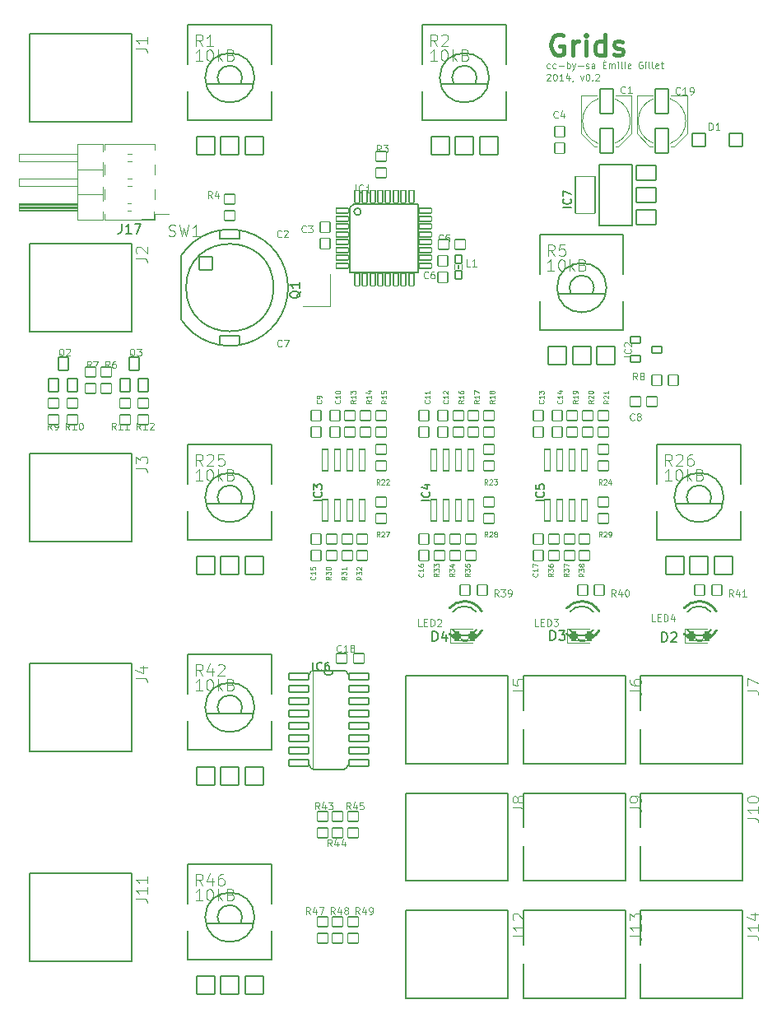
<source format=gbr>
%TF.GenerationSoftware,KiCad,Pcbnew,(6.0.11-0)*%
%TF.CreationDate,2023-03-06T22:39:13+01:00*%
%TF.ProjectId,grids,67726964-732e-46b6-9963-61645f706362,rev?*%
%TF.SameCoordinates,Original*%
%TF.FileFunction,Legend,Top*%
%TF.FilePolarity,Positive*%
%FSLAX46Y46*%
G04 Gerber Fmt 4.6, Leading zero omitted, Abs format (unit mm)*
G04 Created by KiCad (PCBNEW (6.0.11-0)) date 2023-03-06 22:39:13*
%MOMM*%
%LPD*%
G01*
G04 APERTURE LIST*
G04 Aperture macros list*
%AMRoundRect*
0 Rectangle with rounded corners*
0 $1 Rounding radius*
0 $2 $3 $4 $5 $6 $7 $8 $9 X,Y pos of 4 corners*
0 Add a 4 corners polygon primitive as box body*
4,1,4,$2,$3,$4,$5,$6,$7,$8,$9,$2,$3,0*
0 Add four circle primitives for the rounded corners*
1,1,$1+$1,$2,$3*
1,1,$1+$1,$4,$5*
1,1,$1+$1,$6,$7*
1,1,$1+$1,$8,$9*
0 Add four rect primitives between the rounded corners*
20,1,$1+$1,$2,$3,$4,$5,0*
20,1,$1+$1,$4,$5,$6,$7,0*
20,1,$1+$1,$6,$7,$8,$9,0*
20,1,$1+$1,$8,$9,$2,$3,0*%
%AMFreePoly0*
4,1,25,0.493480,0.947373,0.498382,0.942882,0.942882,0.498382,0.964910,0.451141,0.965200,0.444500,0.965200,-0.444500,0.947373,-0.493480,0.942882,-0.498382,0.498382,-0.942882,0.451141,-0.964910,0.444500,-0.965200,-0.444500,-0.965200,-0.493480,-0.947373,-0.498382,-0.942882,-0.942882,-0.498382,-0.964910,-0.451141,-0.965200,-0.444500,-0.965200,0.444500,-0.947373,0.493480,-0.942882,0.498382,
-0.498382,0.942882,-0.451141,0.964910,-0.444500,0.965200,0.444500,0.965200,0.493480,0.947373,0.493480,0.947373,$1*%
%AMFreePoly1*
4,1,25,0.575031,1.328373,0.579933,1.323882,1.323882,0.579933,1.345910,0.532692,1.346200,0.526051,1.346200,-0.526051,1.328373,-0.575031,1.323882,-0.579933,0.579933,-1.323882,0.532692,-1.345910,0.526051,-1.346200,-0.526051,-1.346200,-0.575031,-1.328373,-0.579933,-1.323882,-1.323882,-0.579933,-1.345910,-0.532692,-1.346200,-0.526051,-1.346200,0.526051,-1.328373,0.575031,-1.323882,0.579933,
-0.579933,1.323882,-0.532692,1.345910,-0.526051,1.346200,0.526051,1.346200,0.575031,1.328373,0.575031,1.328373,$1*%
%AMFreePoly2*
4,1,25,0.301485,0.667973,0.306387,0.663482,0.663482,0.306387,0.685510,0.259146,0.685800,0.252505,0.685800,-0.252505,0.667973,-0.301485,0.663482,-0.306387,0.306387,-0.663482,0.259146,-0.685510,0.252505,-0.685800,-0.252505,-0.685800,-0.301485,-0.667973,-0.306387,-0.663482,-0.663482,-0.306387,-0.685510,-0.259146,-0.685800,-0.252505,-0.685800,0.252505,-0.667973,0.301485,-0.663482,0.306387,
-0.306387,0.663482,-0.259146,0.685510,-0.252505,0.685800,0.252505,0.685800,0.301485,0.667973,0.301485,0.667973,$1*%
%AMFreePoly3*
4,1,25,0.438258,0.998173,0.443160,0.993682,0.993682,0.443160,1.015710,0.395919,1.016000,0.389278,1.016000,-0.389278,0.998173,-0.438258,0.993682,-0.443160,0.443160,-0.993682,0.395919,-1.015710,0.389278,-1.016000,-0.389278,-1.016000,-0.438258,-0.998173,-0.443160,-0.993682,-0.993682,-0.443160,-1.015710,-0.395919,-1.016000,-0.389278,-1.016000,0.389278,-0.998173,0.438258,-0.993682,0.443160,
-0.443160,0.993682,-0.395919,1.015710,-0.389278,1.016000,0.389278,1.016000,0.438258,0.998173,0.438258,0.998173,$1*%
G04 Aperture macros list end*
%ADD10C,0.121920*%
%ADD11C,0.381000*%
%ADD12C,0.171450*%
%ADD13C,0.093472*%
%ADD14C,0.101600*%
%ADD15C,0.074778*%
%ADD16C,0.167640*%
%ADD17C,0.150000*%
%ADD18C,0.029911*%
%ADD19C,0.091440*%
%ADD20C,0.044867*%
%ADD21C,0.152400*%
%ADD22C,0.050800*%
%ADD23C,0.127000*%
%ADD24C,0.203200*%
%ADD25C,0.120000*%
%ADD26C,0.254000*%
%ADD27C,0.070000*%
%ADD28RoundRect,0.076200X-1.016000X0.330200X-1.016000X-0.330200X1.016000X-0.330200X1.016000X0.330200X0*%
%ADD29RoundRect,0.076200X-0.550000X0.500000X-0.550000X-0.500000X0.550000X-0.500000X0.550000X0.500000X0*%
%ADD30RoundRect,0.076200X0.550000X-0.500000X0.550000X0.500000X-0.550000X0.500000X-0.550000X-0.500000X0*%
%ADD31C,2.200000*%
%ADD32FreePoly0,90.000000*%
%ADD33RoundRect,0.076200X-0.550000X-0.500000X0.550000X-0.500000X0.550000X0.500000X-0.550000X0.500000X0*%
%ADD34RoundRect,0.076200X0.500000X-0.550000X0.500000X0.550000X-0.500000X0.550000X-0.500000X-0.550000X0*%
%ADD35RoundRect,0.076200X0.500000X0.550000X-0.500000X0.550000X-0.500000X-0.550000X0.500000X-0.550000X0*%
%ADD36RoundRect,0.076200X-0.500000X0.550000X-0.500000X-0.550000X0.500000X-0.550000X0.500000X0.550000X0*%
%ADD37RoundRect,0.076200X0.550000X0.500000X-0.550000X0.500000X-0.550000X-0.500000X0.550000X-0.500000X0*%
%ADD38RoundRect,0.076200X-0.700000X1.300000X-0.700000X-1.300000X0.700000X-1.300000X0.700000X1.300000X0*%
%ADD39RoundRect,0.076200X-0.500000X0.350000X-0.500000X-0.350000X0.500000X-0.350000X0.500000X0.350000X0*%
%ADD40RoundRect,0.076200X-0.700000X-0.700000X0.700000X-0.700000X0.700000X0.700000X-0.700000X0.700000X0*%
%ADD41RoundRect,0.076200X0.939800X-0.939800X0.939800X0.939800X-0.939800X0.939800X-0.939800X-0.939800X0*%
%ADD42FreePoly1,90.000000*%
%ADD43RoundRect,0.076200X-0.300000X-1.100000X0.300000X-1.100000X0.300000X1.100000X-0.300000X1.100000X0*%
%ADD44RoundRect,0.076200X-0.500000X-0.700000X0.500000X-0.700000X0.500000X0.700000X-0.500000X0.700000X0*%
%ADD45RoundRect,0.576200X0.000000X0.000000X0.000000X0.000000X0.000000X0.000000X0.000000X0.000000X0*%
%ADD46R,3.150000X1.000000*%
%ADD47RoundRect,0.076200X-0.635000X-0.279400X0.635000X-0.279400X0.635000X0.279400X-0.635000X0.279400X0*%
%ADD48RoundRect,0.076200X-0.279400X-0.635000X0.279400X-0.635000X0.279400X0.635000X-0.279400X0.635000X0*%
%ADD49RoundRect,0.076200X-0.500000X-0.550000X0.500000X-0.550000X0.500000X0.550000X-0.500000X0.550000X0*%
%ADD50RoundRect,0.076200X-0.035355X-0.742462X0.742462X0.035355X0.035355X0.742462X-0.742462X-0.035355X0*%
%ADD51FreePoly2,180.000000*%
%ADD52RoundRect,0.076200X1.003300X-0.749300X1.003300X0.749300X-1.003300X0.749300X-1.003300X-0.749300X0*%
%ADD53RoundRect,0.076200X1.003300X-1.905000X1.003300X1.905000X-1.003300X1.905000X-1.003300X-1.905000X0*%
%ADD54RoundRect,0.076200X0.350000X-0.425000X0.350000X0.425000X-0.350000X0.425000X-0.350000X-0.425000X0*%
%ADD55R,1.000000X1.150000*%
%ADD56RoundRect,0.218750X-0.218750X-0.256250X0.218750X-0.256250X0.218750X0.256250X-0.218750X0.256250X0*%
%ADD57RoundRect,0.076200X-0.742462X0.035355X0.035355X-0.742462X0.742462X-0.035355X-0.035355X0.742462X0*%
%ADD58C,1.502400*%
%ADD59RoundRect,0.076200X0.675000X-0.675000X0.675000X0.675000X-0.675000X0.675000X-0.675000X-0.675000X0*%
%ADD60C,2.032000*%
%ADD61FreePoly3,0.000000*%
%ADD62FreePoly3,270.000000*%
G04 APERTURE END LIST*
D10*
X164914444Y-59578119D02*
X164947343Y-59545220D01*
X165013141Y-59512320D01*
X165177636Y-59512320D01*
X165243434Y-59545220D01*
X165276333Y-59578119D01*
X165309232Y-59643917D01*
X165309232Y-59709715D01*
X165276333Y-59808412D01*
X164881545Y-60203200D01*
X165309232Y-60203200D01*
X165736920Y-59512320D02*
X165802718Y-59512320D01*
X165868516Y-59545220D01*
X165901415Y-59578119D01*
X165934314Y-59643917D01*
X165967213Y-59775513D01*
X165967213Y-59940008D01*
X165934314Y-60071604D01*
X165901415Y-60137402D01*
X165868516Y-60170301D01*
X165802718Y-60203200D01*
X165736920Y-60203200D01*
X165671122Y-60170301D01*
X165638223Y-60137402D01*
X165605324Y-60071604D01*
X165572425Y-59940008D01*
X165572425Y-59775513D01*
X165605324Y-59643917D01*
X165638223Y-59578119D01*
X165671122Y-59545220D01*
X165736920Y-59512320D01*
X166625194Y-60203200D02*
X166230406Y-60203200D01*
X166427800Y-60203200D02*
X166427800Y-59512320D01*
X166362002Y-59611018D01*
X166296204Y-59676816D01*
X166230406Y-59709715D01*
X167217377Y-59742614D02*
X167217377Y-60203200D01*
X167052882Y-59479421D02*
X166888387Y-59972907D01*
X167316074Y-59972907D01*
X167612166Y-60170301D02*
X167612166Y-60203200D01*
X167579267Y-60268999D01*
X167546368Y-60301898D01*
X168368844Y-59742614D02*
X168533339Y-60203200D01*
X168697834Y-59742614D01*
X169092623Y-59512320D02*
X169158421Y-59512320D01*
X169224219Y-59545220D01*
X169257118Y-59578119D01*
X169290017Y-59643917D01*
X169322916Y-59775513D01*
X169322916Y-59940008D01*
X169290017Y-60071604D01*
X169257118Y-60137402D01*
X169224219Y-60170301D01*
X169158421Y-60203200D01*
X169092623Y-60203200D01*
X169026825Y-60170301D01*
X168993926Y-60137402D01*
X168961027Y-60071604D01*
X168928128Y-59940008D01*
X168928128Y-59775513D01*
X168961027Y-59643917D01*
X168993926Y-59578119D01*
X169026825Y-59545220D01*
X169092623Y-59512320D01*
X169619008Y-60137402D02*
X169651907Y-60170301D01*
X169619008Y-60203200D01*
X169586108Y-60170301D01*
X169619008Y-60137402D01*
X169619008Y-60203200D01*
X169915099Y-59578119D02*
X169947998Y-59545220D01*
X170013796Y-59512320D01*
X170178291Y-59512320D01*
X170244089Y-59545220D01*
X170276988Y-59578119D01*
X170309888Y-59643917D01*
X170309888Y-59709715D01*
X170276988Y-59808412D01*
X169882200Y-60203200D01*
X170309888Y-60203200D01*
D11*
X166596202Y-55537100D02*
X166390583Y-55434290D01*
X166082154Y-55434290D01*
X165773726Y-55537100D01*
X165568107Y-55742719D01*
X165465297Y-55948338D01*
X165362488Y-56359576D01*
X165362488Y-56668004D01*
X165465297Y-57079242D01*
X165568107Y-57284861D01*
X165773726Y-57490480D01*
X166082154Y-57593290D01*
X166287773Y-57593290D01*
X166596202Y-57490480D01*
X166699011Y-57387671D01*
X166699011Y-56668004D01*
X166287773Y-56668004D01*
X167624297Y-57593290D02*
X167624297Y-56153957D01*
X167624297Y-56565195D02*
X167727107Y-56359576D01*
X167829916Y-56256766D01*
X168035535Y-56153957D01*
X168241154Y-56153957D01*
X168960821Y-57593290D02*
X168960821Y-56153957D01*
X168960821Y-55434290D02*
X168858011Y-55537100D01*
X168960821Y-55639909D01*
X169063630Y-55537100D01*
X168960821Y-55434290D01*
X168960821Y-55639909D01*
X170914202Y-57593290D02*
X170914202Y-55434290D01*
X170914202Y-57490480D02*
X170708583Y-57593290D01*
X170297345Y-57593290D01*
X170091726Y-57490480D01*
X169988916Y-57387671D01*
X169886107Y-57182052D01*
X169886107Y-56565195D01*
X169988916Y-56359576D01*
X170091726Y-56256766D01*
X170297345Y-56153957D01*
X170708583Y-56153957D01*
X170914202Y-56256766D01*
X171839488Y-57490480D02*
X172045107Y-57593290D01*
X172456345Y-57593290D01*
X172661964Y-57490480D01*
X172764773Y-57284861D01*
X172764773Y-57182052D01*
X172661964Y-56976433D01*
X172456345Y-56873623D01*
X172147916Y-56873623D01*
X171942297Y-56770814D01*
X171839488Y-56565195D01*
X171839488Y-56462385D01*
X171942297Y-56256766D01*
X172147916Y-56153957D01*
X172456345Y-56153957D01*
X172661964Y-56256766D01*
D10*
X165243434Y-58900301D02*
X165177636Y-58933200D01*
X165046040Y-58933200D01*
X164980242Y-58900301D01*
X164947343Y-58867402D01*
X164914444Y-58801604D01*
X164914444Y-58604210D01*
X164947343Y-58538412D01*
X164980242Y-58505513D01*
X165046040Y-58472614D01*
X165177636Y-58472614D01*
X165243434Y-58505513D01*
X165835617Y-58900301D02*
X165769819Y-58933200D01*
X165638223Y-58933200D01*
X165572425Y-58900301D01*
X165539526Y-58867402D01*
X165506627Y-58801604D01*
X165506627Y-58604210D01*
X165539526Y-58538412D01*
X165572425Y-58505513D01*
X165638223Y-58472614D01*
X165769819Y-58472614D01*
X165835617Y-58505513D01*
X166131708Y-58670008D02*
X166658093Y-58670008D01*
X166987084Y-58933200D02*
X166987084Y-58242320D01*
X166987084Y-58505513D02*
X167052882Y-58472614D01*
X167184478Y-58472614D01*
X167250276Y-58505513D01*
X167283175Y-58538412D01*
X167316074Y-58604210D01*
X167316074Y-58801604D01*
X167283175Y-58867402D01*
X167250276Y-58900301D01*
X167184478Y-58933200D01*
X167052882Y-58933200D01*
X166987084Y-58900301D01*
X167546368Y-58472614D02*
X167710863Y-58933200D01*
X167875358Y-58472614D02*
X167710863Y-58933200D01*
X167645065Y-59097696D01*
X167612166Y-59130595D01*
X167546368Y-59163494D01*
X168138550Y-58670008D02*
X168664935Y-58670008D01*
X168961027Y-58900301D02*
X169026825Y-58933200D01*
X169158421Y-58933200D01*
X169224219Y-58900301D01*
X169257118Y-58834503D01*
X169257118Y-58801604D01*
X169224219Y-58735806D01*
X169158421Y-58702907D01*
X169059724Y-58702907D01*
X168993926Y-58670008D01*
X168961027Y-58604210D01*
X168961027Y-58571311D01*
X168993926Y-58505513D01*
X169059724Y-58472614D01*
X169158421Y-58472614D01*
X169224219Y-58505513D01*
X169849301Y-58933200D02*
X169849301Y-58571311D01*
X169816402Y-58505513D01*
X169750604Y-58472614D01*
X169619008Y-58472614D01*
X169553209Y-58505513D01*
X169849301Y-58900301D02*
X169783503Y-58933200D01*
X169619008Y-58933200D01*
X169553209Y-58900301D01*
X169520310Y-58834503D01*
X169520310Y-58768705D01*
X169553209Y-58702907D01*
X169619008Y-58670008D01*
X169783503Y-58670008D01*
X169849301Y-58637109D01*
X170704676Y-58571311D02*
X170934969Y-58571311D01*
X171033667Y-58933200D02*
X170704676Y-58933200D01*
X170704676Y-58242320D01*
X171033667Y-58242320D01*
X170934969Y-57979128D02*
X170836272Y-58077825D01*
X171329758Y-58933200D02*
X171329758Y-58472614D01*
X171329758Y-58538412D02*
X171362657Y-58505513D01*
X171428455Y-58472614D01*
X171527152Y-58472614D01*
X171592950Y-58505513D01*
X171625849Y-58571311D01*
X171625849Y-58933200D01*
X171625849Y-58571311D02*
X171658748Y-58505513D01*
X171724547Y-58472614D01*
X171823244Y-58472614D01*
X171889042Y-58505513D01*
X171921941Y-58571311D01*
X171921941Y-58933200D01*
X172250931Y-58933200D02*
X172250931Y-58472614D01*
X172250931Y-58242320D02*
X172218032Y-58275220D01*
X172250931Y-58308119D01*
X172283830Y-58275220D01*
X172250931Y-58242320D01*
X172250931Y-58308119D01*
X172678619Y-58933200D02*
X172612821Y-58900301D01*
X172579922Y-58834503D01*
X172579922Y-58242320D01*
X172941811Y-58933200D02*
X172941811Y-58472614D01*
X172941811Y-58242320D02*
X172908912Y-58275220D01*
X172941811Y-58308119D01*
X172974710Y-58275220D01*
X172941811Y-58242320D01*
X172941811Y-58308119D01*
X173533994Y-58900301D02*
X173468196Y-58933200D01*
X173336600Y-58933200D01*
X173270802Y-58900301D01*
X173237903Y-58834503D01*
X173237903Y-58571311D01*
X173270802Y-58505513D01*
X173336600Y-58472614D01*
X173468196Y-58472614D01*
X173533994Y-58505513D01*
X173566893Y-58571311D01*
X173566893Y-58637109D01*
X173237903Y-58702907D01*
X174751259Y-58275220D02*
X174685461Y-58242320D01*
X174586764Y-58242320D01*
X174488067Y-58275220D01*
X174422268Y-58341018D01*
X174389369Y-58406816D01*
X174356470Y-58538412D01*
X174356470Y-58637109D01*
X174389369Y-58768705D01*
X174422268Y-58834503D01*
X174488067Y-58900301D01*
X174586764Y-58933200D01*
X174652562Y-58933200D01*
X174751259Y-58900301D01*
X174784158Y-58867402D01*
X174784158Y-58637109D01*
X174652562Y-58637109D01*
X175080249Y-58933200D02*
X175080249Y-58472614D01*
X175080249Y-58242320D02*
X175047350Y-58275220D01*
X175080249Y-58308119D01*
X175113148Y-58275220D01*
X175080249Y-58242320D01*
X175080249Y-58308119D01*
X175507937Y-58933200D02*
X175442139Y-58900301D01*
X175409240Y-58834503D01*
X175409240Y-58242320D01*
X175869827Y-58933200D02*
X175804028Y-58900301D01*
X175771129Y-58834503D01*
X175771129Y-58242320D01*
X176396211Y-58900301D02*
X176330413Y-58933200D01*
X176198817Y-58933200D01*
X176133019Y-58900301D01*
X176100120Y-58834503D01*
X176100120Y-58571311D01*
X176133019Y-58505513D01*
X176198817Y-58472614D01*
X176330413Y-58472614D01*
X176396211Y-58505513D01*
X176429110Y-58571311D01*
X176429110Y-58637109D01*
X176100120Y-58702907D01*
X176626505Y-58472614D02*
X176889697Y-58472614D01*
X176725202Y-58242320D02*
X176725202Y-58834503D01*
X176758101Y-58900301D01*
X176823899Y-58933200D01*
X176889697Y-58933200D01*
D12*
%TO.C,IC6*%
X140886125Y-120879658D02*
X140886125Y-120035108D01*
X141770892Y-120799225D02*
X141730675Y-120839441D01*
X141610025Y-120879658D01*
X141529592Y-120879658D01*
X141408942Y-120839441D01*
X141328509Y-120759008D01*
X141288292Y-120678575D01*
X141248075Y-120517708D01*
X141248075Y-120397058D01*
X141288292Y-120236191D01*
X141328509Y-120155758D01*
X141408942Y-120075325D01*
X141529592Y-120035108D01*
X141610025Y-120035108D01*
X141730675Y-120075325D01*
X141770892Y-120115541D01*
X142494792Y-120035108D02*
X142333925Y-120035108D01*
X142253492Y-120075325D01*
X142213275Y-120115541D01*
X142132842Y-120236191D01*
X142092625Y-120397058D01*
X142092625Y-120718791D01*
X142132842Y-120799225D01*
X142173059Y-120839441D01*
X142253492Y-120879658D01*
X142414359Y-120879658D01*
X142494792Y-120839441D01*
X142535009Y-120799225D01*
X142575225Y-120718791D01*
X142575225Y-120517708D01*
X142535009Y-120437275D01*
X142494792Y-120397058D01*
X142414359Y-120356841D01*
X142253492Y-120356841D01*
X142173059Y-120397058D01*
X142132842Y-120437275D01*
X142092625Y-120517708D01*
D13*
%TO.C,R21*%
X171287086Y-93095025D02*
X171041311Y-93267067D01*
X171287086Y-93389955D02*
X170770958Y-93389955D01*
X170770958Y-93193335D01*
X170795536Y-93144180D01*
X170820113Y-93119602D01*
X170869268Y-93095025D01*
X170943001Y-93095025D01*
X170992156Y-93119602D01*
X171016733Y-93144180D01*
X171041311Y-93193335D01*
X171041311Y-93389955D01*
X170820113Y-92898405D02*
X170795536Y-92873827D01*
X170770958Y-92824672D01*
X170770958Y-92701784D01*
X170795536Y-92652629D01*
X170820113Y-92628052D01*
X170869268Y-92603474D01*
X170918423Y-92603474D01*
X170992156Y-92628052D01*
X171287086Y-92922982D01*
X171287086Y-92603474D01*
X171287086Y-92111924D02*
X171287086Y-92406854D01*
X171287086Y-92259389D02*
X170770958Y-92259389D01*
X170844691Y-92308544D01*
X170893846Y-92357699D01*
X170918423Y-92406854D01*
%TO.C,R22*%
X147719674Y-101744586D02*
X147547632Y-101498811D01*
X147424744Y-101744586D02*
X147424744Y-101228458D01*
X147621364Y-101228458D01*
X147670519Y-101253036D01*
X147695097Y-101277613D01*
X147719674Y-101326768D01*
X147719674Y-101400501D01*
X147695097Y-101449656D01*
X147670519Y-101474233D01*
X147621364Y-101498811D01*
X147424744Y-101498811D01*
X147916294Y-101277613D02*
X147940872Y-101253036D01*
X147990027Y-101228458D01*
X148112915Y-101228458D01*
X148162070Y-101253036D01*
X148186647Y-101277613D01*
X148211225Y-101326768D01*
X148211225Y-101375923D01*
X148186647Y-101449656D01*
X147891717Y-101744586D01*
X148211225Y-101744586D01*
X148407845Y-101277613D02*
X148432422Y-101253036D01*
X148481577Y-101228458D01*
X148604465Y-101228458D01*
X148653620Y-101253036D01*
X148678198Y-101277613D01*
X148702775Y-101326768D01*
X148702775Y-101375923D01*
X148678198Y-101449656D01*
X148383267Y-101744586D01*
X148702775Y-101744586D01*
D14*
%TO.C,J4*%
X122657961Y-121645592D02*
X123492533Y-121645592D01*
X123659447Y-121701230D01*
X123770723Y-121812506D01*
X123826361Y-121979420D01*
X123826361Y-122090697D01*
X123047428Y-120588468D02*
X123826361Y-120588468D01*
X122602323Y-120866659D02*
X123436895Y-121144849D01*
X123436895Y-120421554D01*
D13*
%TO.C,R48*%
X143121669Y-145969010D02*
X142881893Y-145626473D01*
X142710625Y-145969010D02*
X142710625Y-145249682D01*
X142984655Y-145249682D01*
X143053162Y-145283936D01*
X143087416Y-145318189D01*
X143121669Y-145386697D01*
X143121669Y-145489458D01*
X143087416Y-145557965D01*
X143053162Y-145592219D01*
X142984655Y-145626473D01*
X142710625Y-145626473D01*
X143738236Y-145489458D02*
X143738236Y-145969010D01*
X143566968Y-145215428D02*
X143395699Y-145729234D01*
X143840997Y-145729234D01*
X144217788Y-145557965D02*
X144149281Y-145523712D01*
X144115027Y-145489458D01*
X144080773Y-145420950D01*
X144080773Y-145386697D01*
X144115027Y-145318189D01*
X144149281Y-145283936D01*
X144217788Y-145249682D01*
X144354803Y-145249682D01*
X144423311Y-145283936D01*
X144457564Y-145318189D01*
X144491818Y-145386697D01*
X144491818Y-145420950D01*
X144457564Y-145489458D01*
X144423311Y-145523712D01*
X144354803Y-145557965D01*
X144217788Y-145557965D01*
X144149281Y-145592219D01*
X144115027Y-145626473D01*
X144080773Y-145694980D01*
X144080773Y-145831995D01*
X144115027Y-145900502D01*
X144149281Y-145934756D01*
X144217788Y-145969010D01*
X144354803Y-145969010D01*
X144423311Y-145934756D01*
X144457564Y-145900502D01*
X144491818Y-145831995D01*
X144491818Y-145694980D01*
X144457564Y-145626473D01*
X144423311Y-145592219D01*
X144354803Y-145557965D01*
D14*
%TO.C,J13*%
X173457961Y-148158354D02*
X174292533Y-148158354D01*
X174459447Y-148213992D01*
X174570723Y-148325268D01*
X174626361Y-148492182D01*
X174626361Y-148603459D01*
X174626361Y-146989954D02*
X174626361Y-147657611D01*
X174626361Y-147323782D02*
X173457961Y-147323782D01*
X173624876Y-147435059D01*
X173736152Y-147546335D01*
X173791790Y-147657611D01*
X173457961Y-146600487D02*
X173457961Y-145877192D01*
X173903066Y-146266659D01*
X173903066Y-146099744D01*
X173958704Y-145988468D01*
X174014342Y-145932830D01*
X174125619Y-145877192D01*
X174403809Y-145877192D01*
X174515085Y-145932830D01*
X174570723Y-145988468D01*
X174626361Y-146099744D01*
X174626361Y-146433573D01*
X174570723Y-146544849D01*
X174515085Y-146600487D01*
D13*
%TO.C,C8*%
X173919169Y-95100502D02*
X173884916Y-95134756D01*
X173782155Y-95169010D01*
X173713647Y-95169010D01*
X173610886Y-95134756D01*
X173542379Y-95066249D01*
X173508125Y-94997741D01*
X173473871Y-94860726D01*
X173473871Y-94757965D01*
X173508125Y-94620950D01*
X173542379Y-94552443D01*
X173610886Y-94483936D01*
X173713647Y-94449682D01*
X173782155Y-94449682D01*
X173884916Y-94483936D01*
X173919169Y-94518189D01*
X174330214Y-94757965D02*
X174261707Y-94723712D01*
X174227453Y-94689458D01*
X174193199Y-94620950D01*
X174193199Y-94586697D01*
X174227453Y-94518189D01*
X174261707Y-94483936D01*
X174330214Y-94449682D01*
X174467229Y-94449682D01*
X174535736Y-94483936D01*
X174569990Y-94518189D01*
X174604244Y-94586697D01*
X174604244Y-94620950D01*
X174569990Y-94689458D01*
X174535736Y-94723712D01*
X174467229Y-94757965D01*
X174330214Y-94757965D01*
X174261707Y-94792219D01*
X174227453Y-94826473D01*
X174193199Y-94894980D01*
X174193199Y-95031995D01*
X174227453Y-95100502D01*
X174261707Y-95134756D01*
X174330214Y-95169010D01*
X174467229Y-95169010D01*
X174535736Y-95134756D01*
X174569990Y-95100502D01*
X174604244Y-95031995D01*
X174604244Y-94894980D01*
X174569990Y-94826473D01*
X174535736Y-94792219D01*
X174467229Y-94757965D01*
%TO.C,C11*%
X152822931Y-93095025D02*
X152847508Y-93119602D01*
X152872086Y-93193335D01*
X152872086Y-93242490D01*
X152847508Y-93316223D01*
X152798353Y-93365378D01*
X152749198Y-93389955D01*
X152650888Y-93414533D01*
X152577156Y-93414533D01*
X152478846Y-93389955D01*
X152429691Y-93365378D01*
X152380536Y-93316223D01*
X152355958Y-93242490D01*
X152355958Y-93193335D01*
X152380536Y-93119602D01*
X152405113Y-93095025D01*
X152872086Y-92603474D02*
X152872086Y-92898405D01*
X152872086Y-92750939D02*
X152355958Y-92750939D01*
X152429691Y-92800095D01*
X152478846Y-92849250D01*
X152503423Y-92898405D01*
X152872086Y-92111924D02*
X152872086Y-92406854D01*
X152872086Y-92259389D02*
X152355958Y-92259389D01*
X152429691Y-92308544D01*
X152478846Y-92357699D01*
X152503423Y-92406854D01*
D14*
%TO.C,J9*%
X173457961Y-134980592D02*
X174292533Y-134980592D01*
X174459447Y-135036230D01*
X174570723Y-135147506D01*
X174626361Y-135314420D01*
X174626361Y-135425697D01*
X174626361Y-134368573D02*
X174626361Y-134146020D01*
X174570723Y-134034744D01*
X174515085Y-133979106D01*
X174348171Y-133867830D01*
X174125619Y-133812192D01*
X173680514Y-133812192D01*
X173569238Y-133867830D01*
X173513600Y-133923468D01*
X173457961Y-134034744D01*
X173457961Y-134257297D01*
X173513600Y-134368573D01*
X173569238Y-134424211D01*
X173680514Y-134479849D01*
X173958704Y-134479849D01*
X174069980Y-134424211D01*
X174125619Y-134368573D01*
X174181257Y-134257297D01*
X174181257Y-134034744D01*
X174125619Y-133923468D01*
X174069980Y-133867830D01*
X173958704Y-133812192D01*
%TO.C,J8*%
X161392961Y-134980592D02*
X162227533Y-134980592D01*
X162394447Y-135036230D01*
X162505723Y-135147506D01*
X162561361Y-135314420D01*
X162561361Y-135425697D01*
X161893704Y-134257297D02*
X161838066Y-134368573D01*
X161782428Y-134424211D01*
X161671152Y-134479849D01*
X161615514Y-134479849D01*
X161504238Y-134424211D01*
X161448600Y-134368573D01*
X161392961Y-134257297D01*
X161392961Y-134034744D01*
X161448600Y-133923468D01*
X161504238Y-133867830D01*
X161615514Y-133812192D01*
X161671152Y-133812192D01*
X161782428Y-133867830D01*
X161838066Y-133923468D01*
X161893704Y-134034744D01*
X161893704Y-134257297D01*
X161949342Y-134368573D01*
X162004980Y-134424211D01*
X162116257Y-134479849D01*
X162338809Y-134479849D01*
X162450085Y-134424211D01*
X162505723Y-134368573D01*
X162561361Y-134257297D01*
X162561361Y-134034744D01*
X162505723Y-133923468D01*
X162450085Y-133867830D01*
X162338809Y-133812192D01*
X162116257Y-133812192D01*
X162004980Y-133867830D01*
X161949342Y-133923468D01*
X161893704Y-134034744D01*
D13*
%TO.C,R8*%
X174234754Y-90978010D02*
X173994978Y-90635473D01*
X173823709Y-90978010D02*
X173823709Y-90258682D01*
X174097739Y-90258682D01*
X174166246Y-90292936D01*
X174200500Y-90327189D01*
X174234754Y-90395697D01*
X174234754Y-90498458D01*
X174200500Y-90566965D01*
X174166246Y-90601219D01*
X174097739Y-90635473D01*
X173823709Y-90635473D01*
X174645798Y-90566965D02*
X174577291Y-90532712D01*
X174543037Y-90498458D01*
X174508783Y-90429950D01*
X174508783Y-90395697D01*
X174543037Y-90327189D01*
X174577291Y-90292936D01*
X174645798Y-90258682D01*
X174782813Y-90258682D01*
X174851320Y-90292936D01*
X174885574Y-90327189D01*
X174919828Y-90395697D01*
X174919828Y-90429950D01*
X174885574Y-90498458D01*
X174851320Y-90532712D01*
X174782813Y-90566965D01*
X174645798Y-90566965D01*
X174577291Y-90601219D01*
X174543037Y-90635473D01*
X174508783Y-90703980D01*
X174508783Y-90840995D01*
X174543037Y-90909502D01*
X174577291Y-90943756D01*
X174645798Y-90978010D01*
X174782813Y-90978010D01*
X174851320Y-90943756D01*
X174885574Y-90909502D01*
X174919828Y-90840995D01*
X174919828Y-90703980D01*
X174885574Y-90635473D01*
X174851320Y-90601219D01*
X174782813Y-90566965D01*
%TO.C,C17*%
X163935431Y-110908267D02*
X163960008Y-110932845D01*
X163984586Y-111006577D01*
X163984586Y-111055732D01*
X163960008Y-111129465D01*
X163910853Y-111178620D01*
X163861698Y-111203198D01*
X163763388Y-111227775D01*
X163689656Y-111227775D01*
X163591346Y-111203198D01*
X163542191Y-111178620D01*
X163493036Y-111129465D01*
X163468458Y-111055732D01*
X163468458Y-111006577D01*
X163493036Y-110932845D01*
X163517613Y-110908267D01*
X163984586Y-110416717D02*
X163984586Y-110711647D01*
X163984586Y-110564182D02*
X163468458Y-110564182D01*
X163542191Y-110613337D01*
X163591346Y-110662492D01*
X163615923Y-110711647D01*
X163468458Y-110244674D02*
X163468458Y-109900589D01*
X163984586Y-110121787D01*
%TO.C,C18*%
X143756669Y-118913002D02*
X143722416Y-118947256D01*
X143619655Y-118981510D01*
X143551147Y-118981510D01*
X143448386Y-118947256D01*
X143379879Y-118878749D01*
X143345625Y-118810241D01*
X143311371Y-118673226D01*
X143311371Y-118570465D01*
X143345625Y-118433450D01*
X143379879Y-118364943D01*
X143448386Y-118296436D01*
X143551147Y-118262182D01*
X143619655Y-118262182D01*
X143722416Y-118296436D01*
X143756669Y-118330689D01*
X144441744Y-118981510D02*
X144030699Y-118981510D01*
X144236221Y-118981510D02*
X144236221Y-118262182D01*
X144167714Y-118364943D01*
X144099207Y-118433450D01*
X144030699Y-118467704D01*
X144852788Y-118570465D02*
X144784281Y-118536212D01*
X144750027Y-118501958D01*
X144715773Y-118433450D01*
X144715773Y-118399197D01*
X144750027Y-118330689D01*
X144784281Y-118296436D01*
X144852788Y-118262182D01*
X144989803Y-118262182D01*
X145058311Y-118296436D01*
X145092564Y-118330689D01*
X145126818Y-118399197D01*
X145126818Y-118433450D01*
X145092564Y-118501958D01*
X145058311Y-118536212D01*
X144989803Y-118570465D01*
X144852788Y-118570465D01*
X144784281Y-118604719D01*
X144750027Y-118638973D01*
X144715773Y-118707480D01*
X144715773Y-118844495D01*
X144750027Y-118913002D01*
X144784281Y-118947256D01*
X144852788Y-118981510D01*
X144989803Y-118981510D01*
X145058311Y-118947256D01*
X145092564Y-118913002D01*
X145126818Y-118844495D01*
X145126818Y-118707480D01*
X145092564Y-118638973D01*
X145058311Y-118604719D01*
X144989803Y-118570465D01*
D15*
%TO.C,C1*%
X172969652Y-61452179D02*
X172934508Y-61487323D01*
X172829076Y-61522467D01*
X172758788Y-61522467D01*
X172653356Y-61487323D01*
X172583069Y-61417035D01*
X172547925Y-61346747D01*
X172512781Y-61206171D01*
X172512781Y-61100740D01*
X172547925Y-60960164D01*
X172583069Y-60889876D01*
X172653356Y-60819589D01*
X172758788Y-60784445D01*
X172829076Y-60784445D01*
X172934508Y-60819589D01*
X172969652Y-60854732D01*
X173672530Y-61522467D02*
X173250803Y-61522467D01*
X173461666Y-61522467D02*
X173461666Y-60784445D01*
X173391378Y-60889876D01*
X173321091Y-60960164D01*
X173250803Y-60995308D01*
D13*
%TO.C,C9*%
X141710431Y-93095025D02*
X141735008Y-93119602D01*
X141759586Y-93193335D01*
X141759586Y-93242490D01*
X141735008Y-93316223D01*
X141685853Y-93365378D01*
X141636698Y-93389955D01*
X141538388Y-93414533D01*
X141464656Y-93414533D01*
X141366346Y-93389955D01*
X141317191Y-93365378D01*
X141268036Y-93316223D01*
X141243458Y-93242490D01*
X141243458Y-93193335D01*
X141268036Y-93119602D01*
X141292613Y-93095025D01*
X141759586Y-92849250D02*
X141759586Y-92750939D01*
X141735008Y-92701784D01*
X141710431Y-92677207D01*
X141636698Y-92628052D01*
X141538388Y-92603474D01*
X141341768Y-92603474D01*
X141292613Y-92628052D01*
X141268036Y-92652629D01*
X141243458Y-92701784D01*
X141243458Y-92800095D01*
X141268036Y-92849250D01*
X141292613Y-92873827D01*
X141341768Y-92898405D01*
X141464656Y-92898405D01*
X141513811Y-92873827D01*
X141538388Y-92849250D01*
X141562966Y-92800095D01*
X141562966Y-92701784D01*
X141538388Y-92652629D01*
X141513811Y-92628052D01*
X141464656Y-92603474D01*
%TO.C,R18*%
X159539586Y-93095025D02*
X159293811Y-93267067D01*
X159539586Y-93389955D02*
X159023458Y-93389955D01*
X159023458Y-93193335D01*
X159048036Y-93144180D01*
X159072613Y-93119602D01*
X159121768Y-93095025D01*
X159195501Y-93095025D01*
X159244656Y-93119602D01*
X159269233Y-93144180D01*
X159293811Y-93193335D01*
X159293811Y-93389955D01*
X159539586Y-92603474D02*
X159539586Y-92898405D01*
X159539586Y-92750939D02*
X159023458Y-92750939D01*
X159097191Y-92800095D01*
X159146346Y-92849250D01*
X159170923Y-92898405D01*
X159244656Y-92308544D02*
X159220078Y-92357699D01*
X159195501Y-92382277D01*
X159146346Y-92406854D01*
X159121768Y-92406854D01*
X159072613Y-92382277D01*
X159048036Y-92357699D01*
X159023458Y-92308544D01*
X159023458Y-92210234D01*
X159048036Y-92161079D01*
X159072613Y-92136501D01*
X159121768Y-92111924D01*
X159146346Y-92111924D01*
X159195501Y-92136501D01*
X159220078Y-92161079D01*
X159244656Y-92210234D01*
X159244656Y-92308544D01*
X159269233Y-92357699D01*
X159293811Y-92382277D01*
X159342966Y-92406854D01*
X159441276Y-92406854D01*
X159490431Y-92382277D01*
X159515008Y-92357699D01*
X159539586Y-92308544D01*
X159539586Y-92210234D01*
X159515008Y-92161079D01*
X159490431Y-92136501D01*
X159441276Y-92111924D01*
X159342966Y-92111924D01*
X159293811Y-92136501D01*
X159269233Y-92161079D01*
X159244656Y-92210234D01*
%TO.C,R19*%
X168112086Y-93095025D02*
X167866311Y-93267067D01*
X168112086Y-93389955D02*
X167595958Y-93389955D01*
X167595958Y-93193335D01*
X167620536Y-93144180D01*
X167645113Y-93119602D01*
X167694268Y-93095025D01*
X167768001Y-93095025D01*
X167817156Y-93119602D01*
X167841733Y-93144180D01*
X167866311Y-93193335D01*
X167866311Y-93389955D01*
X168112086Y-92603474D02*
X168112086Y-92898405D01*
X168112086Y-92750939D02*
X167595958Y-92750939D01*
X167669691Y-92800095D01*
X167718846Y-92849250D01*
X167743423Y-92898405D01*
X168112086Y-92357699D02*
X168112086Y-92259389D01*
X168087508Y-92210234D01*
X168062931Y-92185656D01*
X167989198Y-92136501D01*
X167890888Y-92111924D01*
X167694268Y-92111924D01*
X167645113Y-92136501D01*
X167620536Y-92161079D01*
X167595958Y-92210234D01*
X167595958Y-92308544D01*
X167620536Y-92357699D01*
X167645113Y-92382277D01*
X167694268Y-92406854D01*
X167817156Y-92406854D01*
X167866311Y-92382277D01*
X167890888Y-92357699D01*
X167915466Y-92308544D01*
X167915466Y-92210234D01*
X167890888Y-92161079D01*
X167866311Y-92136501D01*
X167817156Y-92111924D01*
D14*
%TO.C,J6*%
X173457961Y-122915592D02*
X174292533Y-122915592D01*
X174459447Y-122971230D01*
X174570723Y-123082506D01*
X174626361Y-123249420D01*
X174626361Y-123360697D01*
X173457961Y-121858468D02*
X173457961Y-122081020D01*
X173513600Y-122192297D01*
X173569238Y-122247935D01*
X173736152Y-122359211D01*
X173958704Y-122414849D01*
X174403809Y-122414849D01*
X174515085Y-122359211D01*
X174570723Y-122303573D01*
X174626361Y-122192297D01*
X174626361Y-121969744D01*
X174570723Y-121858468D01*
X174515085Y-121802830D01*
X174403809Y-121747192D01*
X174125619Y-121747192D01*
X174014342Y-121802830D01*
X173958704Y-121858468D01*
X173903066Y-121969744D01*
X173903066Y-122192297D01*
X173958704Y-122303573D01*
X174014342Y-122359211D01*
X174125619Y-122414849D01*
D13*
%TO.C,IC2*%
X173601510Y-88579074D02*
X172882182Y-88579074D01*
X173533002Y-87825492D02*
X173567256Y-87859746D01*
X173601510Y-87962507D01*
X173601510Y-88031015D01*
X173567256Y-88133776D01*
X173498749Y-88202283D01*
X173430241Y-88236537D01*
X173293226Y-88270791D01*
X173190465Y-88270791D01*
X173053450Y-88236537D01*
X172984943Y-88202283D01*
X172916436Y-88133776D01*
X172882182Y-88031015D01*
X172882182Y-87962507D01*
X172916436Y-87859746D01*
X172950689Y-87825492D01*
X172950689Y-87551463D02*
X172916436Y-87517209D01*
X172882182Y-87448702D01*
X172882182Y-87277433D01*
X172916436Y-87208926D01*
X172950689Y-87174672D01*
X173019197Y-87140418D01*
X173087704Y-87140418D01*
X173190465Y-87174672D01*
X173601510Y-87585716D01*
X173601510Y-87140418D01*
%TO.C,C13*%
X164570431Y-93095025D02*
X164595008Y-93119602D01*
X164619586Y-93193335D01*
X164619586Y-93242490D01*
X164595008Y-93316223D01*
X164545853Y-93365378D01*
X164496698Y-93389955D01*
X164398388Y-93414533D01*
X164324656Y-93414533D01*
X164226346Y-93389955D01*
X164177191Y-93365378D01*
X164128036Y-93316223D01*
X164103458Y-93242490D01*
X164103458Y-93193335D01*
X164128036Y-93119602D01*
X164152613Y-93095025D01*
X164619586Y-92603474D02*
X164619586Y-92898405D01*
X164619586Y-92750939D02*
X164103458Y-92750939D01*
X164177191Y-92800095D01*
X164226346Y-92849250D01*
X164250923Y-92898405D01*
X164103458Y-92431432D02*
X164103458Y-92111924D01*
X164300078Y-92283967D01*
X164300078Y-92210234D01*
X164324656Y-92161079D01*
X164349233Y-92136501D01*
X164398388Y-92111924D01*
X164521276Y-92111924D01*
X164570431Y-92136501D01*
X164595008Y-92161079D01*
X164619586Y-92210234D01*
X164619586Y-92357699D01*
X164595008Y-92406854D01*
X164570431Y-92431432D01*
%TO.C,C12*%
X154727931Y-93095025D02*
X154752508Y-93119602D01*
X154777086Y-93193335D01*
X154777086Y-93242490D01*
X154752508Y-93316223D01*
X154703353Y-93365378D01*
X154654198Y-93389955D01*
X154555888Y-93414533D01*
X154482156Y-93414533D01*
X154383846Y-93389955D01*
X154334691Y-93365378D01*
X154285536Y-93316223D01*
X154260958Y-93242490D01*
X154260958Y-93193335D01*
X154285536Y-93119602D01*
X154310113Y-93095025D01*
X154777086Y-92603474D02*
X154777086Y-92898405D01*
X154777086Y-92750939D02*
X154260958Y-92750939D01*
X154334691Y-92800095D01*
X154383846Y-92849250D01*
X154408423Y-92898405D01*
X154310113Y-92406854D02*
X154285536Y-92382277D01*
X154260958Y-92333122D01*
X154260958Y-92210234D01*
X154285536Y-92161079D01*
X154310113Y-92136501D01*
X154359268Y-92111924D01*
X154408423Y-92111924D01*
X154482156Y-92136501D01*
X154777086Y-92431432D01*
X154777086Y-92111924D01*
%TO.C,R33*%
X153824586Y-110908267D02*
X153578811Y-111080310D01*
X153824586Y-111203198D02*
X153308458Y-111203198D01*
X153308458Y-111006577D01*
X153333036Y-110957422D01*
X153357613Y-110932845D01*
X153406768Y-110908267D01*
X153480501Y-110908267D01*
X153529656Y-110932845D01*
X153554233Y-110957422D01*
X153578811Y-111006577D01*
X153578811Y-111203198D01*
X153308458Y-110736225D02*
X153308458Y-110416717D01*
X153505078Y-110588760D01*
X153505078Y-110515027D01*
X153529656Y-110465872D01*
X153554233Y-110441294D01*
X153603388Y-110416717D01*
X153726276Y-110416717D01*
X153775431Y-110441294D01*
X153800008Y-110465872D01*
X153824586Y-110515027D01*
X153824586Y-110662492D01*
X153800008Y-110711647D01*
X153775431Y-110736225D01*
X153308458Y-110244674D02*
X153308458Y-109925166D01*
X153505078Y-110097209D01*
X153505078Y-110023476D01*
X153529656Y-109974321D01*
X153554233Y-109949744D01*
X153603388Y-109925166D01*
X153726276Y-109925166D01*
X153775431Y-109949744D01*
X153800008Y-109974321D01*
X153824586Y-110023476D01*
X153824586Y-110170942D01*
X153800008Y-110220097D01*
X153775431Y-110244674D01*
%TO.C,D1*%
X181615625Y-65276510D02*
X181615625Y-64557182D01*
X181786893Y-64557182D01*
X181889655Y-64591436D01*
X181958162Y-64659943D01*
X181992416Y-64728450D01*
X182026669Y-64865465D01*
X182026669Y-64968226D01*
X181992416Y-65105241D01*
X181958162Y-65173749D01*
X181889655Y-65242256D01*
X181786893Y-65276510D01*
X181615625Y-65276510D01*
X182711744Y-65276510D02*
X182300699Y-65276510D01*
X182506221Y-65276510D02*
X182506221Y-64557182D01*
X182437714Y-64659943D01*
X182369207Y-64728450D01*
X182300699Y-64762704D01*
%TO.C,R1*%
X129521784Y-56640838D02*
X129129608Y-56080587D01*
X128849482Y-56640838D02*
X128849482Y-55464310D01*
X129297683Y-55464310D01*
X129409733Y-55520336D01*
X129465759Y-55576361D01*
X129521784Y-55688411D01*
X129521784Y-55856486D01*
X129465759Y-55968537D01*
X129409733Y-56024562D01*
X129297683Y-56080587D01*
X128849482Y-56080587D01*
X130642287Y-56640838D02*
X129969985Y-56640838D01*
X130306136Y-56640838D02*
X130306136Y-55464310D01*
X130194085Y-55632386D01*
X130082035Y-55744436D01*
X129969985Y-55800461D01*
X129465759Y-58164838D02*
X128793457Y-58164838D01*
X129129608Y-58164838D02*
X129129608Y-56988310D01*
X129017557Y-57156386D01*
X128905507Y-57268436D01*
X128793457Y-57324461D01*
X130194085Y-56988310D02*
X130306136Y-56988310D01*
X130418186Y-57044336D01*
X130474211Y-57100361D01*
X130530236Y-57212411D01*
X130586261Y-57436512D01*
X130586261Y-57716637D01*
X130530236Y-57940738D01*
X130474211Y-58052788D01*
X130418186Y-58108813D01*
X130306136Y-58164838D01*
X130194085Y-58164838D01*
X130082035Y-58108813D01*
X130026010Y-58052788D01*
X129969985Y-57940738D01*
X129913960Y-57716637D01*
X129913960Y-57436512D01*
X129969985Y-57212411D01*
X130026010Y-57100361D01*
X130082035Y-57044336D01*
X130194085Y-56988310D01*
X131090488Y-58164838D02*
X131090488Y-56988310D01*
X131202538Y-57716637D02*
X131538689Y-58164838D01*
X131538689Y-57380486D02*
X131090488Y-57828688D01*
X132435091Y-57548562D02*
X132603167Y-57604587D01*
X132659192Y-57660612D01*
X132715217Y-57772662D01*
X132715217Y-57940738D01*
X132659192Y-58052788D01*
X132603167Y-58108813D01*
X132491116Y-58164838D01*
X132042915Y-58164838D01*
X132042915Y-56988310D01*
X132435091Y-56988310D01*
X132547141Y-57044336D01*
X132603167Y-57100361D01*
X132659192Y-57212411D01*
X132659192Y-57324461D01*
X132603167Y-57436512D01*
X132547141Y-57492537D01*
X132435091Y-57548562D01*
X132042915Y-57548562D01*
%TO.C,R20*%
X169699586Y-93095025D02*
X169453811Y-93267067D01*
X169699586Y-93389955D02*
X169183458Y-93389955D01*
X169183458Y-93193335D01*
X169208036Y-93144180D01*
X169232613Y-93119602D01*
X169281768Y-93095025D01*
X169355501Y-93095025D01*
X169404656Y-93119602D01*
X169429233Y-93144180D01*
X169453811Y-93193335D01*
X169453811Y-93389955D01*
X169232613Y-92898405D02*
X169208036Y-92873827D01*
X169183458Y-92824672D01*
X169183458Y-92701784D01*
X169208036Y-92652629D01*
X169232613Y-92628052D01*
X169281768Y-92603474D01*
X169330923Y-92603474D01*
X169404656Y-92628052D01*
X169699586Y-92922982D01*
X169699586Y-92603474D01*
X169183458Y-92283967D02*
X169183458Y-92234811D01*
X169208036Y-92185656D01*
X169232613Y-92161079D01*
X169281768Y-92136501D01*
X169380078Y-92111924D01*
X169502966Y-92111924D01*
X169601276Y-92136501D01*
X169650431Y-92161079D01*
X169675008Y-92185656D01*
X169699586Y-92234811D01*
X169699586Y-92283967D01*
X169675008Y-92333122D01*
X169650431Y-92357699D01*
X169601276Y-92382277D01*
X169502966Y-92406854D01*
X169380078Y-92406854D01*
X169281768Y-92382277D01*
X169232613Y-92357699D01*
X169208036Y-92333122D01*
X169183458Y-92283967D01*
%TO.C,R49*%
X145661669Y-145969010D02*
X145421893Y-145626473D01*
X145250625Y-145969010D02*
X145250625Y-145249682D01*
X145524655Y-145249682D01*
X145593162Y-145283936D01*
X145627416Y-145318189D01*
X145661669Y-145386697D01*
X145661669Y-145489458D01*
X145627416Y-145557965D01*
X145593162Y-145592219D01*
X145524655Y-145626473D01*
X145250625Y-145626473D01*
X146278236Y-145489458D02*
X146278236Y-145969010D01*
X146106968Y-145215428D02*
X145935699Y-145729234D01*
X146380997Y-145729234D01*
X146689281Y-145969010D02*
X146826296Y-145969010D01*
X146894803Y-145934756D01*
X146929057Y-145900502D01*
X146997564Y-145797741D01*
X147031818Y-145660726D01*
X147031818Y-145386697D01*
X146997564Y-145318189D01*
X146963311Y-145283936D01*
X146894803Y-145249682D01*
X146757788Y-145249682D01*
X146689281Y-145283936D01*
X146655027Y-145318189D01*
X146620773Y-145386697D01*
X146620773Y-145557965D01*
X146655027Y-145626473D01*
X146689281Y-145660726D01*
X146757788Y-145694980D01*
X146894803Y-145694980D01*
X146963311Y-145660726D01*
X146997564Y-145626473D01*
X147031818Y-145557965D01*
%TO.C,R42*%
X129521784Y-121410838D02*
X129129608Y-120850587D01*
X128849482Y-121410838D02*
X128849482Y-120234310D01*
X129297683Y-120234310D01*
X129409733Y-120290336D01*
X129465759Y-120346361D01*
X129521784Y-120458411D01*
X129521784Y-120626486D01*
X129465759Y-120738537D01*
X129409733Y-120794562D01*
X129297683Y-120850587D01*
X128849482Y-120850587D01*
X130530236Y-120626486D02*
X130530236Y-121410838D01*
X130250111Y-120178285D02*
X129969985Y-121018662D01*
X130698312Y-121018662D01*
X131090488Y-120346361D02*
X131146513Y-120290336D01*
X131258563Y-120234310D01*
X131538689Y-120234310D01*
X131650739Y-120290336D01*
X131706764Y-120346361D01*
X131762789Y-120458411D01*
X131762789Y-120570461D01*
X131706764Y-120738537D01*
X131034463Y-121410838D01*
X131762789Y-121410838D01*
X129465759Y-122934838D02*
X128793457Y-122934838D01*
X129129608Y-122934838D02*
X129129608Y-121758310D01*
X129017557Y-121926386D01*
X128905507Y-122038436D01*
X128793457Y-122094461D01*
X130194085Y-121758310D02*
X130306136Y-121758310D01*
X130418186Y-121814336D01*
X130474211Y-121870361D01*
X130530236Y-121982411D01*
X130586261Y-122206512D01*
X130586261Y-122486637D01*
X130530236Y-122710738D01*
X130474211Y-122822788D01*
X130418186Y-122878813D01*
X130306136Y-122934838D01*
X130194085Y-122934838D01*
X130082035Y-122878813D01*
X130026010Y-122822788D01*
X129969985Y-122710738D01*
X129913960Y-122486637D01*
X129913960Y-122206512D01*
X129969985Y-121982411D01*
X130026010Y-121870361D01*
X130082035Y-121814336D01*
X130194085Y-121758310D01*
X131090488Y-122934838D02*
X131090488Y-121758310D01*
X131202538Y-122486637D02*
X131538689Y-122934838D01*
X131538689Y-122150486D02*
X131090488Y-122598688D01*
X132435091Y-122318562D02*
X132603167Y-122374587D01*
X132659192Y-122430612D01*
X132715217Y-122542662D01*
X132715217Y-122710738D01*
X132659192Y-122822788D01*
X132603167Y-122878813D01*
X132491116Y-122934838D01*
X132042915Y-122934838D01*
X132042915Y-121758310D01*
X132435091Y-121758310D01*
X132547141Y-121814336D01*
X132603167Y-121870361D01*
X132659192Y-121982411D01*
X132659192Y-122094461D01*
X132603167Y-122206512D01*
X132547141Y-122262537D01*
X132435091Y-122318562D01*
X132042915Y-122318562D01*
D16*
%TO.C,IC5*%
X164642881Y-103422643D02*
X163794521Y-103422643D01*
X164562085Y-102533885D02*
X164602483Y-102574283D01*
X164642881Y-102695477D01*
X164642881Y-102776274D01*
X164602483Y-102897468D01*
X164521687Y-102978264D01*
X164440891Y-103018662D01*
X164279299Y-103059060D01*
X164158104Y-103059060D01*
X163996512Y-103018662D01*
X163915716Y-102978264D01*
X163834920Y-102897468D01*
X163794521Y-102776274D01*
X163794521Y-102695477D01*
X163834920Y-102574283D01*
X163875318Y-102533885D01*
X163794521Y-101766321D02*
X163794521Y-102170302D01*
X164198502Y-102210700D01*
X164158104Y-102170302D01*
X164117706Y-102089506D01*
X164117706Y-101887515D01*
X164158104Y-101806719D01*
X164198502Y-101766321D01*
X164279299Y-101725923D01*
X164481289Y-101725923D01*
X164562085Y-101766321D01*
X164602483Y-101806719D01*
X164642881Y-101887515D01*
X164642881Y-102089506D01*
X164602483Y-102170302D01*
X164562085Y-102210700D01*
D13*
%TO.C,R38*%
X168747086Y-110908267D02*
X168501311Y-111080310D01*
X168747086Y-111203198D02*
X168230958Y-111203198D01*
X168230958Y-111006577D01*
X168255536Y-110957422D01*
X168280113Y-110932845D01*
X168329268Y-110908267D01*
X168403001Y-110908267D01*
X168452156Y-110932845D01*
X168476733Y-110957422D01*
X168501311Y-111006577D01*
X168501311Y-111203198D01*
X168230958Y-110736225D02*
X168230958Y-110416717D01*
X168427578Y-110588760D01*
X168427578Y-110515027D01*
X168452156Y-110465872D01*
X168476733Y-110441294D01*
X168525888Y-110416717D01*
X168648776Y-110416717D01*
X168697931Y-110441294D01*
X168722508Y-110465872D01*
X168747086Y-110515027D01*
X168747086Y-110662492D01*
X168722508Y-110711647D01*
X168697931Y-110736225D01*
X168452156Y-110121787D02*
X168427578Y-110170942D01*
X168403001Y-110195519D01*
X168353846Y-110220097D01*
X168329268Y-110220097D01*
X168280113Y-110195519D01*
X168255536Y-110170942D01*
X168230958Y-110121787D01*
X168230958Y-110023476D01*
X168255536Y-109974321D01*
X168280113Y-109949744D01*
X168329268Y-109925166D01*
X168353846Y-109925166D01*
X168403001Y-109949744D01*
X168427578Y-109974321D01*
X168452156Y-110023476D01*
X168452156Y-110121787D01*
X168476733Y-110170942D01*
X168501311Y-110195519D01*
X168550466Y-110220097D01*
X168648776Y-110220097D01*
X168697931Y-110195519D01*
X168722508Y-110170942D01*
X168747086Y-110121787D01*
X168747086Y-110023476D01*
X168722508Y-109974321D01*
X168697931Y-109949744D01*
X168648776Y-109925166D01*
X168550466Y-109925166D01*
X168501311Y-109949744D01*
X168476733Y-109974321D01*
X168452156Y-110023476D01*
%TO.C,C10*%
X143615431Y-93095025D02*
X143640008Y-93119602D01*
X143664586Y-93193335D01*
X143664586Y-93242490D01*
X143640008Y-93316223D01*
X143590853Y-93365378D01*
X143541698Y-93389955D01*
X143443388Y-93414533D01*
X143369656Y-93414533D01*
X143271346Y-93389955D01*
X143222191Y-93365378D01*
X143173036Y-93316223D01*
X143148458Y-93242490D01*
X143148458Y-93193335D01*
X143173036Y-93119602D01*
X143197613Y-93095025D01*
X143664586Y-92603474D02*
X143664586Y-92898405D01*
X143664586Y-92750939D02*
X143148458Y-92750939D01*
X143222191Y-92800095D01*
X143271346Y-92849250D01*
X143295923Y-92898405D01*
X143148458Y-92283967D02*
X143148458Y-92234811D01*
X143173036Y-92185656D01*
X143197613Y-92161079D01*
X143246768Y-92136501D01*
X143345078Y-92111924D01*
X143467966Y-92111924D01*
X143566276Y-92136501D01*
X143615431Y-92161079D01*
X143640008Y-92185656D01*
X143664586Y-92234811D01*
X143664586Y-92283967D01*
X143640008Y-92333122D01*
X143615431Y-92357699D01*
X143566276Y-92382277D01*
X143467966Y-92406854D01*
X143345078Y-92406854D01*
X143246768Y-92382277D01*
X143197613Y-92357699D01*
X143173036Y-92333122D01*
X143148458Y-92283967D01*
D16*
%TO.C,IC3*%
X141782881Y-103422643D02*
X140934521Y-103422643D01*
X141702085Y-102533885D02*
X141742483Y-102574283D01*
X141782881Y-102695477D01*
X141782881Y-102776274D01*
X141742483Y-102897468D01*
X141661687Y-102978264D01*
X141580891Y-103018662D01*
X141419299Y-103059060D01*
X141298104Y-103059060D01*
X141136512Y-103018662D01*
X141055716Y-102978264D01*
X140974920Y-102897468D01*
X140934521Y-102776274D01*
X140934521Y-102695477D01*
X140974920Y-102574283D01*
X141015318Y-102533885D01*
X140934521Y-102251098D02*
X140934521Y-101725923D01*
X141257706Y-102008710D01*
X141257706Y-101887515D01*
X141298104Y-101806719D01*
X141338502Y-101766321D01*
X141419299Y-101725923D01*
X141621289Y-101725923D01*
X141702085Y-101766321D01*
X141742483Y-101806719D01*
X141782881Y-101887515D01*
X141782881Y-102129904D01*
X141742483Y-102210700D01*
X141702085Y-102251098D01*
D13*
%TO.C,R10*%
X115828179Y-96121510D02*
X115588403Y-95778973D01*
X115417135Y-96121510D02*
X115417135Y-95402182D01*
X115691164Y-95402182D01*
X115759672Y-95436436D01*
X115793926Y-95470689D01*
X115828179Y-95539197D01*
X115828179Y-95641958D01*
X115793926Y-95710465D01*
X115759672Y-95744719D01*
X115691164Y-95778973D01*
X115417135Y-95778973D01*
X116513254Y-96121510D02*
X116102209Y-96121510D01*
X116307731Y-96121510D02*
X116307731Y-95402182D01*
X116239224Y-95504943D01*
X116170716Y-95573450D01*
X116102209Y-95607704D01*
X116958552Y-95402182D02*
X117027059Y-95402182D01*
X117095567Y-95436436D01*
X117129820Y-95470689D01*
X117164074Y-95539197D01*
X117198328Y-95676212D01*
X117198328Y-95847480D01*
X117164074Y-95984495D01*
X117129820Y-96053002D01*
X117095567Y-96087256D01*
X117027059Y-96121510D01*
X116958552Y-96121510D01*
X116890044Y-96087256D01*
X116855791Y-96053002D01*
X116821537Y-95984495D01*
X116787283Y-95847480D01*
X116787283Y-95676212D01*
X116821537Y-95539197D01*
X116855791Y-95470689D01*
X116890044Y-95436436D01*
X116958552Y-95402182D01*
%TO.C,Q3*%
X122552677Y-88570017D02*
X122484169Y-88535764D01*
X122415662Y-88467256D01*
X122312901Y-88364495D01*
X122244393Y-88330241D01*
X122175886Y-88330241D01*
X122210140Y-88501510D02*
X122141632Y-88467256D01*
X122073125Y-88398749D01*
X122038871Y-88261734D01*
X122038871Y-88021958D01*
X122073125Y-87884943D01*
X122141632Y-87816436D01*
X122210140Y-87782182D01*
X122347155Y-87782182D01*
X122415662Y-87816436D01*
X122484169Y-87884943D01*
X122518423Y-88021958D01*
X122518423Y-88261734D01*
X122484169Y-88398749D01*
X122415662Y-88467256D01*
X122347155Y-88501510D01*
X122210140Y-88501510D01*
X122758199Y-87782182D02*
X123203497Y-87782182D01*
X122963721Y-88056212D01*
X123066483Y-88056212D01*
X123134990Y-88090465D01*
X123169244Y-88124719D01*
X123203497Y-88193226D01*
X123203497Y-88364495D01*
X123169244Y-88433002D01*
X123134990Y-88467256D01*
X123066483Y-88501510D01*
X122860960Y-88501510D01*
X122792453Y-88467256D01*
X122758199Y-88433002D01*
D15*
%TO.C,C19*%
X178624652Y-61559679D02*
X178589508Y-61594823D01*
X178484076Y-61629967D01*
X178413788Y-61629967D01*
X178308356Y-61594823D01*
X178238069Y-61524535D01*
X178202925Y-61454247D01*
X178167781Y-61313671D01*
X178167781Y-61208240D01*
X178202925Y-61067664D01*
X178238069Y-60997376D01*
X178308356Y-60927089D01*
X178413788Y-60891945D01*
X178484076Y-60891945D01*
X178589508Y-60927089D01*
X178624652Y-60962232D01*
X179327530Y-61629967D02*
X178905803Y-61629967D01*
X179116666Y-61629967D02*
X179116666Y-60891945D01*
X179046378Y-60997376D01*
X178976091Y-61067664D01*
X178905803Y-61102808D01*
X179678969Y-61629967D02*
X179819544Y-61629967D01*
X179889832Y-61594823D01*
X179924976Y-61559679D01*
X179995264Y-61454247D01*
X180030408Y-61313671D01*
X180030408Y-61032520D01*
X179995264Y-60962232D01*
X179960120Y-60927089D01*
X179889832Y-60891945D01*
X179749257Y-60891945D01*
X179678969Y-60927089D01*
X179643825Y-60962232D01*
X179608681Y-61032520D01*
X179608681Y-61208240D01*
X179643825Y-61278528D01*
X179678969Y-61313671D01*
X179749257Y-61348815D01*
X179889832Y-61348815D01*
X179960120Y-61313671D01*
X179995264Y-61278528D01*
X180030408Y-61208240D01*
D13*
%TO.C,Q2*%
X115250177Y-88570017D02*
X115181669Y-88535764D01*
X115113162Y-88467256D01*
X115010401Y-88364495D01*
X114941893Y-88330241D01*
X114873386Y-88330241D01*
X114907640Y-88501510D02*
X114839132Y-88467256D01*
X114770625Y-88398749D01*
X114736371Y-88261734D01*
X114736371Y-88021958D01*
X114770625Y-87884943D01*
X114839132Y-87816436D01*
X114907640Y-87782182D01*
X115044655Y-87782182D01*
X115113162Y-87816436D01*
X115181669Y-87884943D01*
X115215923Y-88021958D01*
X115215923Y-88261734D01*
X115181669Y-88398749D01*
X115113162Y-88467256D01*
X115044655Y-88501510D01*
X114907640Y-88501510D01*
X115489953Y-87850689D02*
X115524207Y-87816436D01*
X115592714Y-87782182D01*
X115763983Y-87782182D01*
X115832490Y-87816436D01*
X115866744Y-87850689D01*
X115900997Y-87919197D01*
X115900997Y-87987704D01*
X115866744Y-88090465D01*
X115455699Y-88501510D01*
X115900997Y-88501510D01*
D17*
%TO.C,J17*%
X121190476Y-74932380D02*
X121190476Y-75646666D01*
X121142857Y-75789523D01*
X121047619Y-75884761D01*
X120904761Y-75932380D01*
X120809523Y-75932380D01*
X122190476Y-75932380D02*
X121619047Y-75932380D01*
X121904761Y-75932380D02*
X121904761Y-74932380D01*
X121809523Y-75075238D01*
X121714285Y-75170476D01*
X121619047Y-75218095D01*
X122523809Y-74932380D02*
X123190476Y-74932380D01*
X122761904Y-75932380D01*
D14*
%TO.C,J10*%
X185522961Y-136093354D02*
X186357533Y-136093354D01*
X186524447Y-136148992D01*
X186635723Y-136260268D01*
X186691361Y-136427182D01*
X186691361Y-136538459D01*
X186691361Y-134924954D02*
X186691361Y-135592611D01*
X186691361Y-135258782D02*
X185522961Y-135258782D01*
X185689876Y-135370059D01*
X185801152Y-135481335D01*
X185856790Y-135592611D01*
X185522961Y-134201659D02*
X185522961Y-134090382D01*
X185578600Y-133979106D01*
X185634238Y-133923468D01*
X185745514Y-133867830D01*
X185968066Y-133812192D01*
X186246257Y-133812192D01*
X186468809Y-133867830D01*
X186580085Y-133923468D01*
X186635723Y-133979106D01*
X186691361Y-134090382D01*
X186691361Y-134201659D01*
X186635723Y-134312935D01*
X186580085Y-134368573D01*
X186468809Y-134424211D01*
X186246257Y-134479849D01*
X185968066Y-134479849D01*
X185745514Y-134424211D01*
X185634238Y-134368573D01*
X185578600Y-134312935D01*
X185522961Y-134201659D01*
D13*
%TO.C,R24*%
X170579674Y-101744586D02*
X170407632Y-101498811D01*
X170284744Y-101744586D02*
X170284744Y-101228458D01*
X170481364Y-101228458D01*
X170530519Y-101253036D01*
X170555097Y-101277613D01*
X170579674Y-101326768D01*
X170579674Y-101400501D01*
X170555097Y-101449656D01*
X170530519Y-101474233D01*
X170481364Y-101498811D01*
X170284744Y-101498811D01*
X170776294Y-101277613D02*
X170800872Y-101253036D01*
X170850027Y-101228458D01*
X170972915Y-101228458D01*
X171022070Y-101253036D01*
X171046647Y-101277613D01*
X171071225Y-101326768D01*
X171071225Y-101375923D01*
X171046647Y-101449656D01*
X170751717Y-101744586D01*
X171071225Y-101744586D01*
X171513620Y-101400501D02*
X171513620Y-101744586D01*
X171390732Y-101203880D02*
X171267845Y-101572543D01*
X171587353Y-101572543D01*
D14*
%TO.C,J3*%
X122657961Y-100055592D02*
X123492533Y-100055592D01*
X123659447Y-100111230D01*
X123770723Y-100222506D01*
X123826361Y-100389420D01*
X123826361Y-100500697D01*
X122657961Y-99610487D02*
X122657961Y-98887192D01*
X123103066Y-99276659D01*
X123103066Y-99109744D01*
X123158704Y-98998468D01*
X123214342Y-98942830D01*
X123325619Y-98887192D01*
X123603809Y-98887192D01*
X123715085Y-98942830D01*
X123770723Y-98998468D01*
X123826361Y-99109744D01*
X123826361Y-99443573D01*
X123770723Y-99554849D01*
X123715085Y-99610487D01*
D16*
%TO.C,IC4*%
X152895381Y-103422643D02*
X152047021Y-103422643D01*
X152814585Y-102533885D02*
X152854983Y-102574283D01*
X152895381Y-102695477D01*
X152895381Y-102776274D01*
X152854983Y-102897468D01*
X152774187Y-102978264D01*
X152693391Y-103018662D01*
X152531799Y-103059060D01*
X152410604Y-103059060D01*
X152249012Y-103018662D01*
X152168216Y-102978264D01*
X152087420Y-102897468D01*
X152047021Y-102776274D01*
X152047021Y-102695477D01*
X152087420Y-102574283D01*
X152127818Y-102533885D01*
X152329808Y-101806719D02*
X152895381Y-101806719D01*
X152006623Y-102008710D02*
X152612595Y-102210700D01*
X152612595Y-101685525D01*
D13*
%TO.C,R6*%
X119944169Y-89771510D02*
X119704393Y-89428973D01*
X119533125Y-89771510D02*
X119533125Y-89052182D01*
X119807155Y-89052182D01*
X119875662Y-89086436D01*
X119909916Y-89120689D01*
X119944169Y-89189197D01*
X119944169Y-89291958D01*
X119909916Y-89360465D01*
X119875662Y-89394719D01*
X119807155Y-89428973D01*
X119533125Y-89428973D01*
X120560736Y-89052182D02*
X120423721Y-89052182D01*
X120355214Y-89086436D01*
X120320960Y-89120689D01*
X120252453Y-89223450D01*
X120218199Y-89360465D01*
X120218199Y-89634495D01*
X120252453Y-89703002D01*
X120286707Y-89737256D01*
X120355214Y-89771510D01*
X120492229Y-89771510D01*
X120560736Y-89737256D01*
X120594990Y-89703002D01*
X120629244Y-89634495D01*
X120629244Y-89463226D01*
X120594990Y-89394719D01*
X120560736Y-89360465D01*
X120492229Y-89326212D01*
X120355214Y-89326212D01*
X120286707Y-89360465D01*
X120252453Y-89394719D01*
X120218199Y-89463226D01*
%TO.C,R36*%
X165572086Y-110908267D02*
X165326311Y-111080310D01*
X165572086Y-111203198D02*
X165055958Y-111203198D01*
X165055958Y-111006577D01*
X165080536Y-110957422D01*
X165105113Y-110932845D01*
X165154268Y-110908267D01*
X165228001Y-110908267D01*
X165277156Y-110932845D01*
X165301733Y-110957422D01*
X165326311Y-111006577D01*
X165326311Y-111203198D01*
X165055958Y-110736225D02*
X165055958Y-110416717D01*
X165252578Y-110588760D01*
X165252578Y-110515027D01*
X165277156Y-110465872D01*
X165301733Y-110441294D01*
X165350888Y-110416717D01*
X165473776Y-110416717D01*
X165522931Y-110441294D01*
X165547508Y-110465872D01*
X165572086Y-110515027D01*
X165572086Y-110662492D01*
X165547508Y-110711647D01*
X165522931Y-110736225D01*
X165055958Y-109974321D02*
X165055958Y-110072632D01*
X165080536Y-110121787D01*
X165105113Y-110146364D01*
X165178846Y-110195519D01*
X165277156Y-110220097D01*
X165473776Y-110220097D01*
X165522931Y-110195519D01*
X165547508Y-110170942D01*
X165572086Y-110121787D01*
X165572086Y-110023476D01*
X165547508Y-109974321D01*
X165522931Y-109949744D01*
X165473776Y-109925166D01*
X165350888Y-109925166D01*
X165301733Y-109949744D01*
X165277156Y-109974321D01*
X165252578Y-110023476D01*
X165252578Y-110121787D01*
X165277156Y-110170942D01*
X165301733Y-110195519D01*
X165350888Y-110220097D01*
%TO.C,R3*%
X147884169Y-67546510D02*
X147644393Y-67203973D01*
X147473125Y-67546510D02*
X147473125Y-66827182D01*
X147747155Y-66827182D01*
X147815662Y-66861436D01*
X147849916Y-66895689D01*
X147884169Y-66964197D01*
X147884169Y-67066958D01*
X147849916Y-67135465D01*
X147815662Y-67169719D01*
X147747155Y-67203973D01*
X147473125Y-67203973D01*
X148123945Y-66827182D02*
X148569244Y-66827182D01*
X148329468Y-67101212D01*
X148432229Y-67101212D01*
X148500736Y-67135465D01*
X148534990Y-67169719D01*
X148569244Y-67238226D01*
X148569244Y-67409495D01*
X148534990Y-67478002D01*
X148500736Y-67512256D01*
X148432229Y-67546510D01*
X148226707Y-67546510D01*
X148158199Y-67512256D01*
X148123945Y-67478002D01*
%TO.C,R34*%
X155412086Y-110908267D02*
X155166311Y-111080310D01*
X155412086Y-111203198D02*
X154895958Y-111203198D01*
X154895958Y-111006577D01*
X154920536Y-110957422D01*
X154945113Y-110932845D01*
X154994268Y-110908267D01*
X155068001Y-110908267D01*
X155117156Y-110932845D01*
X155141733Y-110957422D01*
X155166311Y-111006577D01*
X155166311Y-111203198D01*
X154895958Y-110736225D02*
X154895958Y-110416717D01*
X155092578Y-110588760D01*
X155092578Y-110515027D01*
X155117156Y-110465872D01*
X155141733Y-110441294D01*
X155190888Y-110416717D01*
X155313776Y-110416717D01*
X155362931Y-110441294D01*
X155387508Y-110465872D01*
X155412086Y-110515027D01*
X155412086Y-110662492D01*
X155387508Y-110711647D01*
X155362931Y-110736225D01*
X155068001Y-109974321D02*
X155412086Y-109974321D01*
X154871380Y-110097209D02*
X155240043Y-110220097D01*
X155240043Y-109900589D01*
D18*
%TO.C,IC1*%
X145224444Y-71702764D02*
X145224444Y-70919875D01*
X146044613Y-71628203D02*
X146007333Y-71665483D01*
X145895492Y-71702764D01*
X145820931Y-71702764D01*
X145709089Y-71665483D01*
X145634529Y-71590922D01*
X145597248Y-71516361D01*
X145559968Y-71367240D01*
X145559968Y-71255398D01*
X145597248Y-71106277D01*
X145634529Y-71031716D01*
X145709089Y-70957155D01*
X145820931Y-70919875D01*
X145895492Y-70919875D01*
X146007333Y-70957155D01*
X146044613Y-70994435D01*
X146790222Y-71702764D02*
X146342857Y-71702764D01*
X146566539Y-71702764D02*
X146566539Y-70919875D01*
X146491978Y-71031716D01*
X146417418Y-71106277D01*
X146342857Y-71143557D01*
D13*
%TO.C,R41*%
X184079169Y-113266510D02*
X183839393Y-112923973D01*
X183668125Y-113266510D02*
X183668125Y-112547182D01*
X183942155Y-112547182D01*
X184010662Y-112581436D01*
X184044916Y-112615689D01*
X184079169Y-112684197D01*
X184079169Y-112786958D01*
X184044916Y-112855465D01*
X184010662Y-112889719D01*
X183942155Y-112923973D01*
X183668125Y-112923973D01*
X184695736Y-112786958D02*
X184695736Y-113266510D01*
X184524468Y-112512928D02*
X184353199Y-113026734D01*
X184798497Y-113026734D01*
X185449318Y-113266510D02*
X185038273Y-113266510D01*
X185243796Y-113266510D02*
X185243796Y-112547182D01*
X185175288Y-112649943D01*
X185106781Y-112718450D01*
X185038273Y-112752704D01*
%TO.C,R2*%
X153651784Y-56640838D02*
X153259608Y-56080587D01*
X152979482Y-56640838D02*
X152979482Y-55464310D01*
X153427683Y-55464310D01*
X153539733Y-55520336D01*
X153595759Y-55576361D01*
X153651784Y-55688411D01*
X153651784Y-55856486D01*
X153595759Y-55968537D01*
X153539733Y-56024562D01*
X153427683Y-56080587D01*
X152979482Y-56080587D01*
X154099985Y-55576361D02*
X154156010Y-55520336D01*
X154268060Y-55464310D01*
X154548186Y-55464310D01*
X154660236Y-55520336D01*
X154716261Y-55576361D01*
X154772287Y-55688411D01*
X154772287Y-55800461D01*
X154716261Y-55968537D01*
X154043960Y-56640838D01*
X154772287Y-56640838D01*
X153595759Y-58164838D02*
X152923457Y-58164838D01*
X153259608Y-58164838D02*
X153259608Y-56988310D01*
X153147557Y-57156386D01*
X153035507Y-57268436D01*
X152923457Y-57324461D01*
X154324085Y-56988310D02*
X154436136Y-56988310D01*
X154548186Y-57044336D01*
X154604211Y-57100361D01*
X154660236Y-57212411D01*
X154716261Y-57436512D01*
X154716261Y-57716637D01*
X154660236Y-57940738D01*
X154604211Y-58052788D01*
X154548186Y-58108813D01*
X154436136Y-58164838D01*
X154324085Y-58164838D01*
X154212035Y-58108813D01*
X154156010Y-58052788D01*
X154099985Y-57940738D01*
X154043960Y-57716637D01*
X154043960Y-57436512D01*
X154099985Y-57212411D01*
X154156010Y-57100361D01*
X154212035Y-57044336D01*
X154324085Y-56988310D01*
X155220488Y-58164838D02*
X155220488Y-56988310D01*
X155332538Y-57716637D02*
X155668689Y-58164838D01*
X155668689Y-57380486D02*
X155220488Y-57828688D01*
X156565091Y-57548562D02*
X156733167Y-57604587D01*
X156789192Y-57660612D01*
X156845217Y-57772662D01*
X156845217Y-57940738D01*
X156789192Y-58052788D01*
X156733167Y-58108813D01*
X156621116Y-58164838D01*
X156172915Y-58164838D01*
X156172915Y-56988310D01*
X156565091Y-56988310D01*
X156677141Y-57044336D01*
X156733167Y-57100361D01*
X156789192Y-57212411D01*
X156789192Y-57324461D01*
X156733167Y-57436512D01*
X156677141Y-57492537D01*
X156565091Y-57548562D01*
X156172915Y-57548562D01*
%TO.C,C7*%
X137643069Y-87506902D02*
X137608816Y-87541156D01*
X137506055Y-87575410D01*
X137437547Y-87575410D01*
X137334786Y-87541156D01*
X137266279Y-87472649D01*
X137232025Y-87404141D01*
X137197771Y-87267126D01*
X137197771Y-87164365D01*
X137232025Y-87027350D01*
X137266279Y-86958843D01*
X137334786Y-86890336D01*
X137437547Y-86856082D01*
X137506055Y-86856082D01*
X137608816Y-86890336D01*
X137643069Y-86924589D01*
X137882845Y-86856082D02*
X138362397Y-86856082D01*
X138054114Y-87575410D01*
%TO.C,R32*%
X145887086Y-111225767D02*
X145641311Y-111397810D01*
X145887086Y-111520698D02*
X145370958Y-111520698D01*
X145370958Y-111324077D01*
X145395536Y-111274922D01*
X145420113Y-111250345D01*
X145469268Y-111225767D01*
X145543001Y-111225767D01*
X145592156Y-111250345D01*
X145616733Y-111274922D01*
X145641311Y-111324077D01*
X145641311Y-111520698D01*
X145370958Y-111053725D02*
X145370958Y-110734217D01*
X145567578Y-110906260D01*
X145567578Y-110832527D01*
X145592156Y-110783372D01*
X145616733Y-110758794D01*
X145665888Y-110734217D01*
X145788776Y-110734217D01*
X145837931Y-110758794D01*
X145862508Y-110783372D01*
X145887086Y-110832527D01*
X145887086Y-110979992D01*
X145862508Y-111029147D01*
X145837931Y-111053725D01*
X145420113Y-110537597D02*
X145395536Y-110513019D01*
X145370958Y-110463864D01*
X145370958Y-110340976D01*
X145395536Y-110291821D01*
X145420113Y-110267244D01*
X145469268Y-110242666D01*
X145518423Y-110242666D01*
X145592156Y-110267244D01*
X145887086Y-110562174D01*
X145887086Y-110242666D01*
D19*
%TO.C,LED2*%
X152074693Y-116326329D02*
X151731188Y-116326329D01*
X151731188Y-115604969D01*
X152315146Y-115948474D02*
X152555599Y-115948474D01*
X152658651Y-116326329D02*
X152315146Y-116326329D01*
X152315146Y-115604969D01*
X152658651Y-115604969D01*
X152967805Y-116326329D02*
X152967805Y-115604969D01*
X153139557Y-115604969D01*
X153242609Y-115639320D01*
X153311310Y-115708020D01*
X153345660Y-115776721D01*
X153380011Y-115914123D01*
X153380011Y-116017175D01*
X153345660Y-116154577D01*
X153311310Y-116223278D01*
X153242609Y-116291979D01*
X153139557Y-116326329D01*
X152967805Y-116326329D01*
X153654815Y-115673670D02*
X153689165Y-115639320D01*
X153757866Y-115604969D01*
X153929618Y-115604969D01*
X153998319Y-115639320D01*
X154032670Y-115673670D01*
X154067020Y-115742371D01*
X154067020Y-115811072D01*
X154032670Y-115914123D01*
X153620464Y-116326329D01*
X154067020Y-116326329D01*
D13*
%TO.C,R15*%
X148427086Y-93095025D02*
X148181311Y-93267067D01*
X148427086Y-93389955D02*
X147910958Y-93389955D01*
X147910958Y-93193335D01*
X147935536Y-93144180D01*
X147960113Y-93119602D01*
X148009268Y-93095025D01*
X148083001Y-93095025D01*
X148132156Y-93119602D01*
X148156733Y-93144180D01*
X148181311Y-93193335D01*
X148181311Y-93389955D01*
X148427086Y-92603474D02*
X148427086Y-92898405D01*
X148427086Y-92750939D02*
X147910958Y-92750939D01*
X147984691Y-92800095D01*
X148033846Y-92849250D01*
X148058423Y-92898405D01*
X147910958Y-92136501D02*
X147910958Y-92382277D01*
X148156733Y-92406854D01*
X148132156Y-92382277D01*
X148107578Y-92333122D01*
X148107578Y-92210234D01*
X148132156Y-92161079D01*
X148156733Y-92136501D01*
X148205888Y-92111924D01*
X148328776Y-92111924D01*
X148377931Y-92136501D01*
X148402508Y-92161079D01*
X148427086Y-92210234D01*
X148427086Y-92333122D01*
X148402508Y-92382277D01*
X148377931Y-92406854D01*
%TO.C,R43*%
X141534169Y-135174010D02*
X141294393Y-134831473D01*
X141123125Y-135174010D02*
X141123125Y-134454682D01*
X141397155Y-134454682D01*
X141465662Y-134488936D01*
X141499916Y-134523189D01*
X141534169Y-134591697D01*
X141534169Y-134694458D01*
X141499916Y-134762965D01*
X141465662Y-134797219D01*
X141397155Y-134831473D01*
X141123125Y-134831473D01*
X142150736Y-134694458D02*
X142150736Y-135174010D01*
X141979468Y-134420428D02*
X141808199Y-134934234D01*
X142253497Y-134934234D01*
X142459020Y-134454682D02*
X142904318Y-134454682D01*
X142664542Y-134728712D01*
X142767303Y-134728712D01*
X142835811Y-134762965D01*
X142870064Y-134797219D01*
X142904318Y-134865726D01*
X142904318Y-135036995D01*
X142870064Y-135105502D01*
X142835811Y-135139756D01*
X142767303Y-135174010D01*
X142561781Y-135174010D01*
X142493273Y-135139756D01*
X142459020Y-135105502D01*
%TO.C,R45*%
X144709169Y-135174010D02*
X144469393Y-134831473D01*
X144298125Y-135174010D02*
X144298125Y-134454682D01*
X144572155Y-134454682D01*
X144640662Y-134488936D01*
X144674916Y-134523189D01*
X144709169Y-134591697D01*
X144709169Y-134694458D01*
X144674916Y-134762965D01*
X144640662Y-134797219D01*
X144572155Y-134831473D01*
X144298125Y-134831473D01*
X145325736Y-134694458D02*
X145325736Y-135174010D01*
X145154468Y-134420428D02*
X144983199Y-134934234D01*
X145428497Y-134934234D01*
X146045064Y-134454682D02*
X145702527Y-134454682D01*
X145668273Y-134797219D01*
X145702527Y-134762965D01*
X145771035Y-134728712D01*
X145942303Y-134728712D01*
X146010811Y-134762965D01*
X146045064Y-134797219D01*
X146079318Y-134865726D01*
X146079318Y-135036995D01*
X146045064Y-135105502D01*
X146010811Y-135139756D01*
X145942303Y-135174010D01*
X145771035Y-135174010D01*
X145702527Y-135139756D01*
X145668273Y-135105502D01*
%TO.C,C6*%
X152708254Y-80495502D02*
X152674000Y-80529756D01*
X152571239Y-80564010D01*
X152502731Y-80564010D01*
X152399970Y-80529756D01*
X152331463Y-80461249D01*
X152297209Y-80392741D01*
X152262955Y-80255726D01*
X152262955Y-80152965D01*
X152297209Y-80015950D01*
X152331463Y-79947443D01*
X152399970Y-79878936D01*
X152502731Y-79844682D01*
X152571239Y-79844682D01*
X152674000Y-79878936D01*
X152708254Y-79913189D01*
X153324820Y-79844682D02*
X153187806Y-79844682D01*
X153119298Y-79878936D01*
X153085044Y-79913189D01*
X153016537Y-80015950D01*
X152982283Y-80152965D01*
X152982283Y-80426995D01*
X153016537Y-80495502D01*
X153050791Y-80529756D01*
X153119298Y-80564010D01*
X153256313Y-80564010D01*
X153324820Y-80529756D01*
X153359074Y-80495502D01*
X153393328Y-80426995D01*
X153393328Y-80255726D01*
X153359074Y-80187219D01*
X153324820Y-80152965D01*
X153256313Y-80118712D01*
X153119298Y-80118712D01*
X153050791Y-80152965D01*
X153016537Y-80187219D01*
X152982283Y-80255726D01*
D14*
%TO.C,J7*%
X185522961Y-122915592D02*
X186357533Y-122915592D01*
X186524447Y-122971230D01*
X186635723Y-123082506D01*
X186691361Y-123249420D01*
X186691361Y-123360697D01*
X185522961Y-122470487D02*
X185522961Y-121691554D01*
X186691361Y-122192297D01*
D13*
%TO.C,C3*%
X140143069Y-75756902D02*
X140108816Y-75791156D01*
X140006055Y-75825410D01*
X139937547Y-75825410D01*
X139834786Y-75791156D01*
X139766279Y-75722649D01*
X139732025Y-75654141D01*
X139697771Y-75517126D01*
X139697771Y-75414365D01*
X139732025Y-75277350D01*
X139766279Y-75208843D01*
X139834786Y-75140336D01*
X139937547Y-75106082D01*
X140006055Y-75106082D01*
X140108816Y-75140336D01*
X140143069Y-75174589D01*
X140382845Y-75106082D02*
X140828144Y-75106082D01*
X140588368Y-75380112D01*
X140691129Y-75380112D01*
X140759636Y-75414365D01*
X140793890Y-75448619D01*
X140828144Y-75517126D01*
X140828144Y-75688395D01*
X140793890Y-75756902D01*
X140759636Y-75791156D01*
X140691129Y-75825410D01*
X140485607Y-75825410D01*
X140417099Y-75791156D01*
X140382845Y-75756902D01*
%TO.C,R23*%
X158832174Y-101744586D02*
X158660132Y-101498811D01*
X158537244Y-101744586D02*
X158537244Y-101228458D01*
X158733864Y-101228458D01*
X158783019Y-101253036D01*
X158807597Y-101277613D01*
X158832174Y-101326768D01*
X158832174Y-101400501D01*
X158807597Y-101449656D01*
X158783019Y-101474233D01*
X158733864Y-101498811D01*
X158537244Y-101498811D01*
X159028794Y-101277613D02*
X159053372Y-101253036D01*
X159102527Y-101228458D01*
X159225415Y-101228458D01*
X159274570Y-101253036D01*
X159299147Y-101277613D01*
X159323725Y-101326768D01*
X159323725Y-101375923D01*
X159299147Y-101449656D01*
X159004217Y-101744586D01*
X159323725Y-101744586D01*
X159495767Y-101228458D02*
X159815275Y-101228458D01*
X159643232Y-101425078D01*
X159716965Y-101425078D01*
X159766120Y-101449656D01*
X159790698Y-101474233D01*
X159815275Y-101523388D01*
X159815275Y-101646276D01*
X159790698Y-101695431D01*
X159766120Y-101720008D01*
X159716965Y-101744586D01*
X159569500Y-101744586D01*
X159520345Y-101720008D01*
X159495767Y-101695431D01*
%TO.C,R4*%
X130483254Y-72309010D02*
X130243478Y-71966473D01*
X130072209Y-72309010D02*
X130072209Y-71589682D01*
X130346239Y-71589682D01*
X130414746Y-71623936D01*
X130449000Y-71658189D01*
X130483254Y-71726697D01*
X130483254Y-71829458D01*
X130449000Y-71897965D01*
X130414746Y-71932219D01*
X130346239Y-71966473D01*
X130072209Y-71966473D01*
X131099820Y-71829458D02*
X131099820Y-72309010D01*
X130928552Y-71555428D02*
X130757283Y-72069234D01*
X131202582Y-72069234D01*
%TO.C,R17*%
X157952086Y-93095025D02*
X157706311Y-93267067D01*
X157952086Y-93389955D02*
X157435958Y-93389955D01*
X157435958Y-93193335D01*
X157460536Y-93144180D01*
X157485113Y-93119602D01*
X157534268Y-93095025D01*
X157608001Y-93095025D01*
X157657156Y-93119602D01*
X157681733Y-93144180D01*
X157706311Y-93193335D01*
X157706311Y-93389955D01*
X157952086Y-92603474D02*
X157952086Y-92898405D01*
X157952086Y-92750939D02*
X157435958Y-92750939D01*
X157509691Y-92800095D01*
X157558846Y-92849250D01*
X157583423Y-92898405D01*
X157435958Y-92431432D02*
X157435958Y-92087346D01*
X157952086Y-92308544D01*
%TO.C,R29*%
X170579674Y-107142086D02*
X170407632Y-106896311D01*
X170284744Y-107142086D02*
X170284744Y-106625958D01*
X170481364Y-106625958D01*
X170530519Y-106650536D01*
X170555097Y-106675113D01*
X170579674Y-106724268D01*
X170579674Y-106798001D01*
X170555097Y-106847156D01*
X170530519Y-106871733D01*
X170481364Y-106896311D01*
X170284744Y-106896311D01*
X170776294Y-106675113D02*
X170800872Y-106650536D01*
X170850027Y-106625958D01*
X170972915Y-106625958D01*
X171022070Y-106650536D01*
X171046647Y-106675113D01*
X171071225Y-106724268D01*
X171071225Y-106773423D01*
X171046647Y-106847156D01*
X170751717Y-107142086D01*
X171071225Y-107142086D01*
X171317000Y-107142086D02*
X171415310Y-107142086D01*
X171464465Y-107117508D01*
X171489043Y-107092931D01*
X171538198Y-107019198D01*
X171562775Y-106920888D01*
X171562775Y-106724268D01*
X171538198Y-106675113D01*
X171513620Y-106650536D01*
X171464465Y-106625958D01*
X171366155Y-106625958D01*
X171317000Y-106650536D01*
X171292422Y-106675113D01*
X171267845Y-106724268D01*
X171267845Y-106847156D01*
X171292422Y-106896311D01*
X171317000Y-106920888D01*
X171366155Y-106945466D01*
X171464465Y-106945466D01*
X171513620Y-106920888D01*
X171538198Y-106896311D01*
X171562775Y-106847156D01*
D12*
%TO.C,IC7*%
X167435158Y-73258574D02*
X166590608Y-73258574D01*
X167354725Y-72373807D02*
X167394941Y-72414024D01*
X167435158Y-72534674D01*
X167435158Y-72615107D01*
X167394941Y-72735757D01*
X167314508Y-72816190D01*
X167234075Y-72856407D01*
X167073208Y-72896624D01*
X166952558Y-72896624D01*
X166791691Y-72856407D01*
X166711258Y-72816190D01*
X166630825Y-72735757D01*
X166590608Y-72615107D01*
X166590608Y-72534674D01*
X166630825Y-72414024D01*
X166671041Y-72373807D01*
X166590608Y-72092290D02*
X166590608Y-71529257D01*
X167435158Y-71891207D01*
D13*
%TO.C,R12*%
X123130679Y-96121510D02*
X122890903Y-95778973D01*
X122719635Y-96121510D02*
X122719635Y-95402182D01*
X122993664Y-95402182D01*
X123062172Y-95436436D01*
X123096426Y-95470689D01*
X123130679Y-95539197D01*
X123130679Y-95641958D01*
X123096426Y-95710465D01*
X123062172Y-95744719D01*
X122993664Y-95778973D01*
X122719635Y-95778973D01*
X123815754Y-96121510D02*
X123404709Y-96121510D01*
X123610231Y-96121510D02*
X123610231Y-95402182D01*
X123541724Y-95504943D01*
X123473216Y-95573450D01*
X123404709Y-95607704D01*
X124089783Y-95470689D02*
X124124037Y-95436436D01*
X124192544Y-95402182D01*
X124363813Y-95402182D01*
X124432320Y-95436436D01*
X124466574Y-95470689D01*
X124500828Y-95539197D01*
X124500828Y-95607704D01*
X124466574Y-95710465D01*
X124055530Y-96121510D01*
X124500828Y-96121510D01*
%TO.C,R37*%
X167159586Y-110908267D02*
X166913811Y-111080310D01*
X167159586Y-111203198D02*
X166643458Y-111203198D01*
X166643458Y-111006577D01*
X166668036Y-110957422D01*
X166692613Y-110932845D01*
X166741768Y-110908267D01*
X166815501Y-110908267D01*
X166864656Y-110932845D01*
X166889233Y-110957422D01*
X166913811Y-111006577D01*
X166913811Y-111203198D01*
X166643458Y-110736225D02*
X166643458Y-110416717D01*
X166840078Y-110588760D01*
X166840078Y-110515027D01*
X166864656Y-110465872D01*
X166889233Y-110441294D01*
X166938388Y-110416717D01*
X167061276Y-110416717D01*
X167110431Y-110441294D01*
X167135008Y-110465872D01*
X167159586Y-110515027D01*
X167159586Y-110662492D01*
X167135008Y-110711647D01*
X167110431Y-110736225D01*
X166643458Y-110244674D02*
X166643458Y-109900589D01*
X167159586Y-110121787D01*
D14*
%TO.C,J11*%
X122657961Y-144348354D02*
X123492533Y-144348354D01*
X123659447Y-144403992D01*
X123770723Y-144515268D01*
X123826361Y-144682182D01*
X123826361Y-144793459D01*
X123826361Y-143179954D02*
X123826361Y-143847611D01*
X123826361Y-143513782D02*
X122657961Y-143513782D01*
X122824876Y-143625059D01*
X122936152Y-143736335D01*
X122991790Y-143847611D01*
X123826361Y-142067192D02*
X123826361Y-142734849D01*
X123826361Y-142401020D02*
X122657961Y-142401020D01*
X122824876Y-142512297D01*
X122936152Y-142623573D01*
X122991790Y-142734849D01*
D13*
%TO.C,R30*%
X142712086Y-111225767D02*
X142466311Y-111397810D01*
X142712086Y-111520698D02*
X142195958Y-111520698D01*
X142195958Y-111324077D01*
X142220536Y-111274922D01*
X142245113Y-111250345D01*
X142294268Y-111225767D01*
X142368001Y-111225767D01*
X142417156Y-111250345D01*
X142441733Y-111274922D01*
X142466311Y-111324077D01*
X142466311Y-111520698D01*
X142195958Y-111053725D02*
X142195958Y-110734217D01*
X142392578Y-110906260D01*
X142392578Y-110832527D01*
X142417156Y-110783372D01*
X142441733Y-110758794D01*
X142490888Y-110734217D01*
X142613776Y-110734217D01*
X142662931Y-110758794D01*
X142687508Y-110783372D01*
X142712086Y-110832527D01*
X142712086Y-110979992D01*
X142687508Y-111029147D01*
X142662931Y-111053725D01*
X142195958Y-110414709D02*
X142195958Y-110365554D01*
X142220536Y-110316399D01*
X142245113Y-110291821D01*
X142294268Y-110267244D01*
X142392578Y-110242666D01*
X142515466Y-110242666D01*
X142613776Y-110267244D01*
X142662931Y-110291821D01*
X142687508Y-110316399D01*
X142712086Y-110365554D01*
X142712086Y-110414709D01*
X142687508Y-110463864D01*
X142662931Y-110488442D01*
X142613776Y-110513019D01*
X142515466Y-110537597D01*
X142392578Y-110537597D01*
X142294268Y-110513019D01*
X142245113Y-110488442D01*
X142220536Y-110463864D01*
X142195958Y-110414709D01*
%TO.C,C15*%
X141075431Y-111225767D02*
X141100008Y-111250345D01*
X141124586Y-111324077D01*
X141124586Y-111373232D01*
X141100008Y-111446965D01*
X141050853Y-111496120D01*
X141001698Y-111520698D01*
X140903388Y-111545275D01*
X140829656Y-111545275D01*
X140731346Y-111520698D01*
X140682191Y-111496120D01*
X140633036Y-111446965D01*
X140608458Y-111373232D01*
X140608458Y-111324077D01*
X140633036Y-111250345D01*
X140657613Y-111225767D01*
X141124586Y-110734217D02*
X141124586Y-111029147D01*
X141124586Y-110881682D02*
X140608458Y-110881682D01*
X140682191Y-110930837D01*
X140731346Y-110979992D01*
X140755923Y-111029147D01*
X140608458Y-110267244D02*
X140608458Y-110513019D01*
X140854233Y-110537597D01*
X140829656Y-110513019D01*
X140805078Y-110463864D01*
X140805078Y-110340976D01*
X140829656Y-110291821D01*
X140854233Y-110267244D01*
X140903388Y-110242666D01*
X141026276Y-110242666D01*
X141075431Y-110267244D01*
X141100008Y-110291821D01*
X141124586Y-110340976D01*
X141124586Y-110463864D01*
X141100008Y-110513019D01*
X141075431Y-110537597D01*
%TO.C,R35*%
X156999586Y-110908267D02*
X156753811Y-111080310D01*
X156999586Y-111203198D02*
X156483458Y-111203198D01*
X156483458Y-111006577D01*
X156508036Y-110957422D01*
X156532613Y-110932845D01*
X156581768Y-110908267D01*
X156655501Y-110908267D01*
X156704656Y-110932845D01*
X156729233Y-110957422D01*
X156753811Y-111006577D01*
X156753811Y-111203198D01*
X156483458Y-110736225D02*
X156483458Y-110416717D01*
X156680078Y-110588760D01*
X156680078Y-110515027D01*
X156704656Y-110465872D01*
X156729233Y-110441294D01*
X156778388Y-110416717D01*
X156901276Y-110416717D01*
X156950431Y-110441294D01*
X156975008Y-110465872D01*
X156999586Y-110515027D01*
X156999586Y-110662492D01*
X156975008Y-110711647D01*
X156950431Y-110736225D01*
X156483458Y-109949744D02*
X156483458Y-110195519D01*
X156729233Y-110220097D01*
X156704656Y-110195519D01*
X156680078Y-110146364D01*
X156680078Y-110023476D01*
X156704656Y-109974321D01*
X156729233Y-109949744D01*
X156778388Y-109925166D01*
X156901276Y-109925166D01*
X156950431Y-109949744D01*
X156975008Y-109974321D01*
X156999586Y-110023476D01*
X156999586Y-110146364D01*
X156975008Y-110195519D01*
X156950431Y-110220097D01*
%TO.C,R47*%
X140581669Y-145969010D02*
X140341893Y-145626473D01*
X140170625Y-145969010D02*
X140170625Y-145249682D01*
X140444655Y-145249682D01*
X140513162Y-145283936D01*
X140547416Y-145318189D01*
X140581669Y-145386697D01*
X140581669Y-145489458D01*
X140547416Y-145557965D01*
X140513162Y-145592219D01*
X140444655Y-145626473D01*
X140170625Y-145626473D01*
X141198236Y-145489458D02*
X141198236Y-145969010D01*
X141026968Y-145215428D02*
X140855699Y-145729234D01*
X141300997Y-145729234D01*
X141506520Y-145249682D02*
X141986072Y-145249682D01*
X141677788Y-145969010D01*
D14*
%TO.C,J1*%
X122657961Y-56875592D02*
X123492533Y-56875592D01*
X123659447Y-56931230D01*
X123770723Y-57042506D01*
X123826361Y-57209420D01*
X123826361Y-57320697D01*
X123826361Y-55707192D02*
X123826361Y-56374849D01*
X123826361Y-56041020D02*
X122657961Y-56041020D01*
X122824876Y-56152297D01*
X122936152Y-56263573D01*
X122991790Y-56374849D01*
D13*
%TO.C,R16*%
X156364586Y-93095025D02*
X156118811Y-93267067D01*
X156364586Y-93389955D02*
X155848458Y-93389955D01*
X155848458Y-93193335D01*
X155873036Y-93144180D01*
X155897613Y-93119602D01*
X155946768Y-93095025D01*
X156020501Y-93095025D01*
X156069656Y-93119602D01*
X156094233Y-93144180D01*
X156118811Y-93193335D01*
X156118811Y-93389955D01*
X156364586Y-92603474D02*
X156364586Y-92898405D01*
X156364586Y-92750939D02*
X155848458Y-92750939D01*
X155922191Y-92800095D01*
X155971346Y-92849250D01*
X155995923Y-92898405D01*
X155848458Y-92161079D02*
X155848458Y-92259389D01*
X155873036Y-92308544D01*
X155897613Y-92333122D01*
X155971346Y-92382277D01*
X156069656Y-92406854D01*
X156266276Y-92406854D01*
X156315431Y-92382277D01*
X156340008Y-92357699D01*
X156364586Y-92308544D01*
X156364586Y-92210234D01*
X156340008Y-92161079D01*
X156315431Y-92136501D01*
X156266276Y-92111924D01*
X156143388Y-92111924D01*
X156094233Y-92136501D01*
X156069656Y-92161079D01*
X156045078Y-92210234D01*
X156045078Y-92308544D01*
X156069656Y-92357699D01*
X156094233Y-92382277D01*
X156143388Y-92406854D01*
D20*
%TO.C,L1*%
X157026287Y-79315998D02*
X156660604Y-79315998D01*
X156660604Y-78548065D01*
X157684515Y-79315998D02*
X157245696Y-79315998D01*
X157465105Y-79315998D02*
X157465105Y-78548065D01*
X157391969Y-78657769D01*
X157318833Y-78730906D01*
X157245696Y-78767474D01*
D13*
%TO.C,R28*%
X158832174Y-107142086D02*
X158660132Y-106896311D01*
X158537244Y-107142086D02*
X158537244Y-106625958D01*
X158733864Y-106625958D01*
X158783019Y-106650536D01*
X158807597Y-106675113D01*
X158832174Y-106724268D01*
X158832174Y-106798001D01*
X158807597Y-106847156D01*
X158783019Y-106871733D01*
X158733864Y-106896311D01*
X158537244Y-106896311D01*
X159028794Y-106675113D02*
X159053372Y-106650536D01*
X159102527Y-106625958D01*
X159225415Y-106625958D01*
X159274570Y-106650536D01*
X159299147Y-106675113D01*
X159323725Y-106724268D01*
X159323725Y-106773423D01*
X159299147Y-106847156D01*
X159004217Y-107142086D01*
X159323725Y-107142086D01*
X159618655Y-106847156D02*
X159569500Y-106822578D01*
X159544922Y-106798001D01*
X159520345Y-106748846D01*
X159520345Y-106724268D01*
X159544922Y-106675113D01*
X159569500Y-106650536D01*
X159618655Y-106625958D01*
X159716965Y-106625958D01*
X159766120Y-106650536D01*
X159790698Y-106675113D01*
X159815275Y-106724268D01*
X159815275Y-106748846D01*
X159790698Y-106798001D01*
X159766120Y-106822578D01*
X159716965Y-106847156D01*
X159618655Y-106847156D01*
X159569500Y-106871733D01*
X159544922Y-106896311D01*
X159520345Y-106945466D01*
X159520345Y-107043776D01*
X159544922Y-107092931D01*
X159569500Y-107117508D01*
X159618655Y-107142086D01*
X159716965Y-107142086D01*
X159766120Y-107117508D01*
X159790698Y-107092931D01*
X159815275Y-107043776D01*
X159815275Y-106945466D01*
X159790698Y-106896311D01*
X159766120Y-106871733D01*
X159716965Y-106847156D01*
%TO.C,C4*%
X166043254Y-63985502D02*
X166009000Y-64019756D01*
X165906239Y-64054010D01*
X165837731Y-64054010D01*
X165734970Y-64019756D01*
X165666463Y-63951249D01*
X165632209Y-63882741D01*
X165597955Y-63745726D01*
X165597955Y-63642965D01*
X165632209Y-63505950D01*
X165666463Y-63437443D01*
X165734970Y-63368936D01*
X165837731Y-63334682D01*
X165906239Y-63334682D01*
X166009000Y-63368936D01*
X166043254Y-63403189D01*
X166659820Y-63574458D02*
X166659820Y-64054010D01*
X166488552Y-63300428D02*
X166317283Y-63814234D01*
X166762582Y-63814234D01*
D14*
%TO.C,J5*%
X161392961Y-122915592D02*
X162227533Y-122915592D01*
X162394447Y-122971230D01*
X162505723Y-123082506D01*
X162561361Y-123249420D01*
X162561361Y-123360697D01*
X161392961Y-121802830D02*
X161392961Y-122359211D01*
X161949342Y-122414849D01*
X161893704Y-122359211D01*
X161838066Y-122247935D01*
X161838066Y-121969744D01*
X161893704Y-121858468D01*
X161949342Y-121802830D01*
X162060619Y-121747192D01*
X162338809Y-121747192D01*
X162450085Y-121802830D01*
X162505723Y-121858468D01*
X162561361Y-121969744D01*
X162561361Y-122247935D01*
X162505723Y-122359211D01*
X162450085Y-122414849D01*
D17*
%TO.C,Q1*%
X139597619Y-81845238D02*
X139550000Y-81940476D01*
X139454761Y-82035714D01*
X139311904Y-82178571D01*
X139264285Y-82273809D01*
X139264285Y-82369047D01*
X139502380Y-82321428D02*
X139454761Y-82416666D01*
X139359523Y-82511904D01*
X139169047Y-82559523D01*
X138835714Y-82559523D01*
X138645238Y-82511904D01*
X138550000Y-82416666D01*
X138502380Y-82321428D01*
X138502380Y-82130952D01*
X138550000Y-82035714D01*
X138645238Y-81940476D01*
X138835714Y-81892857D01*
X139169047Y-81892857D01*
X139359523Y-81940476D01*
X139454761Y-82035714D01*
X139502380Y-82130952D01*
X139502380Y-82321428D01*
X139502380Y-80940476D02*
X139502380Y-81511904D01*
X139502380Y-81226190D02*
X138502380Y-81226190D01*
X138645238Y-81321428D01*
X138740476Y-81416666D01*
X138788095Y-81511904D01*
D19*
%TO.C,LED3*%
X164074693Y-116326329D02*
X163731188Y-116326329D01*
X163731188Y-115604969D01*
X164315146Y-115948474D02*
X164555599Y-115948474D01*
X164658651Y-116326329D02*
X164315146Y-116326329D01*
X164315146Y-115604969D01*
X164658651Y-115604969D01*
X164967805Y-116326329D02*
X164967805Y-115604969D01*
X165139557Y-115604969D01*
X165242609Y-115639320D01*
X165311310Y-115708020D01*
X165345660Y-115776721D01*
X165380011Y-115914123D01*
X165380011Y-116017175D01*
X165345660Y-116154577D01*
X165311310Y-116223278D01*
X165242609Y-116291979D01*
X165139557Y-116326329D01*
X164967805Y-116326329D01*
X165620464Y-115604969D02*
X166067020Y-115604969D01*
X165826567Y-115879773D01*
X165929618Y-115879773D01*
X165998319Y-115914123D01*
X166032670Y-115948474D01*
X166067020Y-116017175D01*
X166067020Y-116188927D01*
X166032670Y-116257628D01*
X165998319Y-116291979D01*
X165929618Y-116326329D01*
X165723516Y-116326329D01*
X165654815Y-116291979D01*
X165620464Y-116257628D01*
D13*
%TO.C,R25*%
X129521784Y-99820838D02*
X129129608Y-99260587D01*
X128849482Y-99820838D02*
X128849482Y-98644310D01*
X129297683Y-98644310D01*
X129409733Y-98700336D01*
X129465759Y-98756361D01*
X129521784Y-98868411D01*
X129521784Y-99036486D01*
X129465759Y-99148537D01*
X129409733Y-99204562D01*
X129297683Y-99260587D01*
X128849482Y-99260587D01*
X129969985Y-98756361D02*
X130026010Y-98700336D01*
X130138060Y-98644310D01*
X130418186Y-98644310D01*
X130530236Y-98700336D01*
X130586261Y-98756361D01*
X130642287Y-98868411D01*
X130642287Y-98980461D01*
X130586261Y-99148537D01*
X129913960Y-99820838D01*
X130642287Y-99820838D01*
X131706764Y-98644310D02*
X131146513Y-98644310D01*
X131090488Y-99204562D01*
X131146513Y-99148537D01*
X131258563Y-99092512D01*
X131538689Y-99092512D01*
X131650739Y-99148537D01*
X131706764Y-99204562D01*
X131762789Y-99316612D01*
X131762789Y-99596738D01*
X131706764Y-99708788D01*
X131650739Y-99764813D01*
X131538689Y-99820838D01*
X131258563Y-99820838D01*
X131146513Y-99764813D01*
X131090488Y-99708788D01*
X129465759Y-101344838D02*
X128793457Y-101344838D01*
X129129608Y-101344838D02*
X129129608Y-100168310D01*
X129017557Y-100336386D01*
X128905507Y-100448436D01*
X128793457Y-100504461D01*
X130194085Y-100168310D02*
X130306136Y-100168310D01*
X130418186Y-100224336D01*
X130474211Y-100280361D01*
X130530236Y-100392411D01*
X130586261Y-100616512D01*
X130586261Y-100896637D01*
X130530236Y-101120738D01*
X130474211Y-101232788D01*
X130418186Y-101288813D01*
X130306136Y-101344838D01*
X130194085Y-101344838D01*
X130082035Y-101288813D01*
X130026010Y-101232788D01*
X129969985Y-101120738D01*
X129913960Y-100896637D01*
X129913960Y-100616512D01*
X129969985Y-100392411D01*
X130026010Y-100280361D01*
X130082035Y-100224336D01*
X130194085Y-100168310D01*
X131090488Y-101344838D02*
X131090488Y-100168310D01*
X131202538Y-100896637D02*
X131538689Y-101344838D01*
X131538689Y-100560486D02*
X131090488Y-101008688D01*
X132435091Y-100728562D02*
X132603167Y-100784587D01*
X132659192Y-100840612D01*
X132715217Y-100952662D01*
X132715217Y-101120738D01*
X132659192Y-101232788D01*
X132603167Y-101288813D01*
X132491116Y-101344838D01*
X132042915Y-101344838D01*
X132042915Y-100168310D01*
X132435091Y-100168310D01*
X132547141Y-100224336D01*
X132603167Y-100280361D01*
X132659192Y-100392411D01*
X132659192Y-100504461D01*
X132603167Y-100616512D01*
X132547141Y-100672537D01*
X132435091Y-100728562D01*
X132042915Y-100728562D01*
%TO.C,R31*%
X144299586Y-111225767D02*
X144053811Y-111397810D01*
X144299586Y-111520698D02*
X143783458Y-111520698D01*
X143783458Y-111324077D01*
X143808036Y-111274922D01*
X143832613Y-111250345D01*
X143881768Y-111225767D01*
X143955501Y-111225767D01*
X144004656Y-111250345D01*
X144029233Y-111274922D01*
X144053811Y-111324077D01*
X144053811Y-111520698D01*
X143783458Y-111053725D02*
X143783458Y-110734217D01*
X143980078Y-110906260D01*
X143980078Y-110832527D01*
X144004656Y-110783372D01*
X144029233Y-110758794D01*
X144078388Y-110734217D01*
X144201276Y-110734217D01*
X144250431Y-110758794D01*
X144275008Y-110783372D01*
X144299586Y-110832527D01*
X144299586Y-110979992D01*
X144275008Y-111029147D01*
X144250431Y-111053725D01*
X144299586Y-110242666D02*
X144299586Y-110537597D01*
X144299586Y-110390132D02*
X143783458Y-110390132D01*
X143857191Y-110439287D01*
X143906346Y-110488442D01*
X143930923Y-110537597D01*
D14*
%TO.C,J14*%
X185522961Y-148158354D02*
X186357533Y-148158354D01*
X186524447Y-148213992D01*
X186635723Y-148325268D01*
X186691361Y-148492182D01*
X186691361Y-148603459D01*
X186691361Y-146989954D02*
X186691361Y-147657611D01*
X186691361Y-147323782D02*
X185522961Y-147323782D01*
X185689876Y-147435059D01*
X185801152Y-147546335D01*
X185856790Y-147657611D01*
X185912428Y-145988468D02*
X186691361Y-145988468D01*
X185467323Y-146266659D02*
X186301895Y-146544849D01*
X186301895Y-145821554D01*
D17*
%TO.C,D2*%
X176761904Y-117944380D02*
X176761904Y-116944380D01*
X177000000Y-116944380D01*
X177142857Y-116992000D01*
X177238095Y-117087238D01*
X177285714Y-117182476D01*
X177333333Y-117372952D01*
X177333333Y-117515809D01*
X177285714Y-117706285D01*
X177238095Y-117801523D01*
X177142857Y-117896761D01*
X177000000Y-117944380D01*
X176761904Y-117944380D01*
X177714285Y-117039619D02*
X177761904Y-116992000D01*
X177857142Y-116944380D01*
X178095238Y-116944380D01*
X178190476Y-116992000D01*
X178238095Y-117039619D01*
X178285714Y-117134857D01*
X178285714Y-117230095D01*
X178238095Y-117372952D01*
X177666666Y-117944380D01*
X178285714Y-117944380D01*
%TO.C,D4*%
X153160504Y-117864980D02*
X153160504Y-116864980D01*
X153398600Y-116864980D01*
X153541457Y-116912600D01*
X153636695Y-117007838D01*
X153684314Y-117103076D01*
X153731933Y-117293552D01*
X153731933Y-117436409D01*
X153684314Y-117626885D01*
X153636695Y-117722123D01*
X153541457Y-117817361D01*
X153398600Y-117864980D01*
X153160504Y-117864980D01*
X154589076Y-117198314D02*
X154589076Y-117864980D01*
X154350980Y-116817361D02*
X154112885Y-117531647D01*
X154731933Y-117531647D01*
D13*
%TO.C,C14*%
X166475431Y-93095025D02*
X166500008Y-93119602D01*
X166524586Y-93193335D01*
X166524586Y-93242490D01*
X166500008Y-93316223D01*
X166450853Y-93365378D01*
X166401698Y-93389955D01*
X166303388Y-93414533D01*
X166229656Y-93414533D01*
X166131346Y-93389955D01*
X166082191Y-93365378D01*
X166033036Y-93316223D01*
X166008458Y-93242490D01*
X166008458Y-93193335D01*
X166033036Y-93119602D01*
X166057613Y-93095025D01*
X166524586Y-92603474D02*
X166524586Y-92898405D01*
X166524586Y-92750939D02*
X166008458Y-92750939D01*
X166082191Y-92800095D01*
X166131346Y-92849250D01*
X166155923Y-92898405D01*
X166180501Y-92161079D02*
X166524586Y-92161079D01*
X165983880Y-92283967D02*
X166352543Y-92406854D01*
X166352543Y-92087346D01*
%TO.C,R46*%
X129521784Y-143000838D02*
X129129608Y-142440587D01*
X128849482Y-143000838D02*
X128849482Y-141824310D01*
X129297683Y-141824310D01*
X129409733Y-141880336D01*
X129465759Y-141936361D01*
X129521784Y-142048411D01*
X129521784Y-142216486D01*
X129465759Y-142328537D01*
X129409733Y-142384562D01*
X129297683Y-142440587D01*
X128849482Y-142440587D01*
X130530236Y-142216486D02*
X130530236Y-143000838D01*
X130250111Y-141768285D02*
X129969985Y-142608662D01*
X130698312Y-142608662D01*
X131650739Y-141824310D02*
X131426639Y-141824310D01*
X131314588Y-141880336D01*
X131258563Y-141936361D01*
X131146513Y-142104436D01*
X131090488Y-142328537D01*
X131090488Y-142776738D01*
X131146513Y-142888788D01*
X131202538Y-142944813D01*
X131314588Y-143000838D01*
X131538689Y-143000838D01*
X131650739Y-142944813D01*
X131706764Y-142888788D01*
X131762789Y-142776738D01*
X131762789Y-142496612D01*
X131706764Y-142384562D01*
X131650739Y-142328537D01*
X131538689Y-142272512D01*
X131314588Y-142272512D01*
X131202538Y-142328537D01*
X131146513Y-142384562D01*
X131090488Y-142496612D01*
X129465759Y-144524838D02*
X128793457Y-144524838D01*
X129129608Y-144524838D02*
X129129608Y-143348310D01*
X129017557Y-143516386D01*
X128905507Y-143628436D01*
X128793457Y-143684461D01*
X130194085Y-143348310D02*
X130306136Y-143348310D01*
X130418186Y-143404336D01*
X130474211Y-143460361D01*
X130530236Y-143572411D01*
X130586261Y-143796512D01*
X130586261Y-144076637D01*
X130530236Y-144300738D01*
X130474211Y-144412788D01*
X130418186Y-144468813D01*
X130306136Y-144524838D01*
X130194085Y-144524838D01*
X130082035Y-144468813D01*
X130026010Y-144412788D01*
X129969985Y-144300738D01*
X129913960Y-144076637D01*
X129913960Y-143796512D01*
X129969985Y-143572411D01*
X130026010Y-143460361D01*
X130082035Y-143404336D01*
X130194085Y-143348310D01*
X131090488Y-144524838D02*
X131090488Y-143348310D01*
X131202538Y-144076637D02*
X131538689Y-144524838D01*
X131538689Y-143740486D02*
X131090488Y-144188688D01*
X132435091Y-143908562D02*
X132603167Y-143964587D01*
X132659192Y-144020612D01*
X132715217Y-144132662D01*
X132715217Y-144300738D01*
X132659192Y-144412788D01*
X132603167Y-144468813D01*
X132491116Y-144524838D01*
X132042915Y-144524838D01*
X132042915Y-143348310D01*
X132435091Y-143348310D01*
X132547141Y-143404336D01*
X132603167Y-143460361D01*
X132659192Y-143572411D01*
X132659192Y-143684461D01*
X132603167Y-143796512D01*
X132547141Y-143852537D01*
X132435091Y-143908562D01*
X132042915Y-143908562D01*
%TO.C,R27*%
X147719674Y-107142086D02*
X147547632Y-106896311D01*
X147424744Y-107142086D02*
X147424744Y-106625958D01*
X147621364Y-106625958D01*
X147670519Y-106650536D01*
X147695097Y-106675113D01*
X147719674Y-106724268D01*
X147719674Y-106798001D01*
X147695097Y-106847156D01*
X147670519Y-106871733D01*
X147621364Y-106896311D01*
X147424744Y-106896311D01*
X147916294Y-106675113D02*
X147940872Y-106650536D01*
X147990027Y-106625958D01*
X148112915Y-106625958D01*
X148162070Y-106650536D01*
X148186647Y-106675113D01*
X148211225Y-106724268D01*
X148211225Y-106773423D01*
X148186647Y-106847156D01*
X147891717Y-107142086D01*
X148211225Y-107142086D01*
X148383267Y-106625958D02*
X148727353Y-106625958D01*
X148506155Y-107142086D01*
%TO.C,C5*%
X154234169Y-76685502D02*
X154199916Y-76719756D01*
X154097155Y-76754010D01*
X154028647Y-76754010D01*
X153925886Y-76719756D01*
X153857379Y-76651249D01*
X153823125Y-76582741D01*
X153788871Y-76445726D01*
X153788871Y-76342965D01*
X153823125Y-76205950D01*
X153857379Y-76137443D01*
X153925886Y-76068936D01*
X154028647Y-76034682D01*
X154097155Y-76034682D01*
X154199916Y-76068936D01*
X154234169Y-76103189D01*
X154884990Y-76034682D02*
X154542453Y-76034682D01*
X154508199Y-76377219D01*
X154542453Y-76342965D01*
X154610960Y-76308712D01*
X154782229Y-76308712D01*
X154850736Y-76342965D01*
X154884990Y-76377219D01*
X154919244Y-76445726D01*
X154919244Y-76616995D01*
X154884990Y-76685502D01*
X154850736Y-76719756D01*
X154782229Y-76754010D01*
X154610960Y-76754010D01*
X154542453Y-76719756D01*
X154508199Y-76685502D01*
%TO.C,R44*%
X142815679Y-138984010D02*
X142575903Y-138641473D01*
X142404635Y-138984010D02*
X142404635Y-138264682D01*
X142678664Y-138264682D01*
X142747172Y-138298936D01*
X142781426Y-138333189D01*
X142815679Y-138401697D01*
X142815679Y-138504458D01*
X142781426Y-138572965D01*
X142747172Y-138607219D01*
X142678664Y-138641473D01*
X142404635Y-138641473D01*
X143432246Y-138504458D02*
X143432246Y-138984010D01*
X143260978Y-138230428D02*
X143089709Y-138744234D01*
X143535007Y-138744234D01*
X144117320Y-138504458D02*
X144117320Y-138984010D01*
X143946052Y-138230428D02*
X143774783Y-138744234D01*
X144220082Y-138744234D01*
D14*
%TO.C,J2*%
X122657961Y-78465592D02*
X123492533Y-78465592D01*
X123659447Y-78521230D01*
X123770723Y-78632506D01*
X123826361Y-78799420D01*
X123826361Y-78910697D01*
X122769238Y-77964849D02*
X122713600Y-77909211D01*
X122657961Y-77797935D01*
X122657961Y-77519744D01*
X122713600Y-77408468D01*
X122769238Y-77352830D01*
X122880514Y-77297192D01*
X122991790Y-77297192D01*
X123158704Y-77352830D01*
X123826361Y-78020487D01*
X123826361Y-77297192D01*
D13*
%TO.C,R7*%
X118039169Y-89771510D02*
X117799393Y-89428973D01*
X117628125Y-89771510D02*
X117628125Y-89052182D01*
X117902155Y-89052182D01*
X117970662Y-89086436D01*
X118004916Y-89120689D01*
X118039169Y-89189197D01*
X118039169Y-89291958D01*
X118004916Y-89360465D01*
X117970662Y-89394719D01*
X117902155Y-89428973D01*
X117628125Y-89428973D01*
X118278945Y-89052182D02*
X118758497Y-89052182D01*
X118450214Y-89771510D01*
%TO.C,R13*%
X145252086Y-93095025D02*
X145006311Y-93267067D01*
X145252086Y-93389955D02*
X144735958Y-93389955D01*
X144735958Y-93193335D01*
X144760536Y-93144180D01*
X144785113Y-93119602D01*
X144834268Y-93095025D01*
X144908001Y-93095025D01*
X144957156Y-93119602D01*
X144981733Y-93144180D01*
X145006311Y-93193335D01*
X145006311Y-93389955D01*
X145252086Y-92603474D02*
X145252086Y-92898405D01*
X145252086Y-92750939D02*
X144735958Y-92750939D01*
X144809691Y-92800095D01*
X144858846Y-92849250D01*
X144883423Y-92898405D01*
X144735958Y-92431432D02*
X144735958Y-92111924D01*
X144932578Y-92283967D01*
X144932578Y-92210234D01*
X144957156Y-92161079D01*
X144981733Y-92136501D01*
X145030888Y-92111924D01*
X145153776Y-92111924D01*
X145202931Y-92136501D01*
X145227508Y-92161079D01*
X145252086Y-92210234D01*
X145252086Y-92357699D01*
X145227508Y-92406854D01*
X145202931Y-92431432D01*
D17*
%TO.C,D3*%
X165275504Y-117774980D02*
X165275504Y-116774980D01*
X165513600Y-116774980D01*
X165656457Y-116822600D01*
X165751695Y-116917838D01*
X165799314Y-117013076D01*
X165846933Y-117203552D01*
X165846933Y-117346409D01*
X165799314Y-117536885D01*
X165751695Y-117632123D01*
X165656457Y-117727361D01*
X165513600Y-117774980D01*
X165275504Y-117774980D01*
X166180266Y-116774980D02*
X166799314Y-116774980D01*
X166465980Y-117155933D01*
X166608838Y-117155933D01*
X166704076Y-117203552D01*
X166751695Y-117251171D01*
X166799314Y-117346409D01*
X166799314Y-117584504D01*
X166751695Y-117679742D01*
X166704076Y-117727361D01*
X166608838Y-117774980D01*
X166323123Y-117774980D01*
X166227885Y-117727361D01*
X166180266Y-117679742D01*
D13*
%TO.C,R5*%
X165716784Y-78230838D02*
X165324608Y-77670587D01*
X165044482Y-78230838D02*
X165044482Y-77054310D01*
X165492683Y-77054310D01*
X165604733Y-77110336D01*
X165660759Y-77166361D01*
X165716784Y-77278411D01*
X165716784Y-77446486D01*
X165660759Y-77558537D01*
X165604733Y-77614562D01*
X165492683Y-77670587D01*
X165044482Y-77670587D01*
X166781261Y-77054310D02*
X166221010Y-77054310D01*
X166164985Y-77614562D01*
X166221010Y-77558537D01*
X166333060Y-77502512D01*
X166613186Y-77502512D01*
X166725236Y-77558537D01*
X166781261Y-77614562D01*
X166837287Y-77726612D01*
X166837287Y-78006738D01*
X166781261Y-78118788D01*
X166725236Y-78174813D01*
X166613186Y-78230838D01*
X166333060Y-78230838D01*
X166221010Y-78174813D01*
X166164985Y-78118788D01*
X165660759Y-79754838D02*
X164988457Y-79754838D01*
X165324608Y-79754838D02*
X165324608Y-78578310D01*
X165212557Y-78746386D01*
X165100507Y-78858436D01*
X164988457Y-78914461D01*
X166389085Y-78578310D02*
X166501136Y-78578310D01*
X166613186Y-78634336D01*
X166669211Y-78690361D01*
X166725236Y-78802411D01*
X166781261Y-79026512D01*
X166781261Y-79306637D01*
X166725236Y-79530738D01*
X166669211Y-79642788D01*
X166613186Y-79698813D01*
X166501136Y-79754838D01*
X166389085Y-79754838D01*
X166277035Y-79698813D01*
X166221010Y-79642788D01*
X166164985Y-79530738D01*
X166108960Y-79306637D01*
X166108960Y-79026512D01*
X166164985Y-78802411D01*
X166221010Y-78690361D01*
X166277035Y-78634336D01*
X166389085Y-78578310D01*
X167285488Y-79754838D02*
X167285488Y-78578310D01*
X167397538Y-79306637D02*
X167733689Y-79754838D01*
X167733689Y-78970486D02*
X167285488Y-79418688D01*
X168630091Y-79138562D02*
X168798167Y-79194587D01*
X168854192Y-79250612D01*
X168910217Y-79362662D01*
X168910217Y-79530738D01*
X168854192Y-79642788D01*
X168798167Y-79698813D01*
X168686116Y-79754838D01*
X168237915Y-79754838D01*
X168237915Y-78578310D01*
X168630091Y-78578310D01*
X168742141Y-78634336D01*
X168798167Y-78690361D01*
X168854192Y-78802411D01*
X168854192Y-78914461D01*
X168798167Y-79026512D01*
X168742141Y-79082537D01*
X168630091Y-79138562D01*
X168237915Y-79138562D01*
%TO.C,R40*%
X172014169Y-113266510D02*
X171774393Y-112923973D01*
X171603125Y-113266510D02*
X171603125Y-112547182D01*
X171877155Y-112547182D01*
X171945662Y-112581436D01*
X171979916Y-112615689D01*
X172014169Y-112684197D01*
X172014169Y-112786958D01*
X171979916Y-112855465D01*
X171945662Y-112889719D01*
X171877155Y-112923973D01*
X171603125Y-112923973D01*
X172630736Y-112786958D02*
X172630736Y-113266510D01*
X172459468Y-112512928D02*
X172288199Y-113026734D01*
X172733497Y-113026734D01*
X173144542Y-112547182D02*
X173213049Y-112547182D01*
X173281557Y-112581436D01*
X173315811Y-112615689D01*
X173350064Y-112684197D01*
X173384318Y-112821212D01*
X173384318Y-112992480D01*
X173350064Y-113129495D01*
X173315811Y-113198002D01*
X173281557Y-113232256D01*
X173213049Y-113266510D01*
X173144542Y-113266510D01*
X173076035Y-113232256D01*
X173041781Y-113198002D01*
X173007527Y-113129495D01*
X172973273Y-112992480D01*
X172973273Y-112821212D01*
X173007527Y-112684197D01*
X173041781Y-112615689D01*
X173076035Y-112581436D01*
X173144542Y-112547182D01*
%TO.C,R14*%
X146839586Y-93095025D02*
X146593811Y-93267067D01*
X146839586Y-93389955D02*
X146323458Y-93389955D01*
X146323458Y-93193335D01*
X146348036Y-93144180D01*
X146372613Y-93119602D01*
X146421768Y-93095025D01*
X146495501Y-93095025D01*
X146544656Y-93119602D01*
X146569233Y-93144180D01*
X146593811Y-93193335D01*
X146593811Y-93389955D01*
X146839586Y-92603474D02*
X146839586Y-92898405D01*
X146839586Y-92750939D02*
X146323458Y-92750939D01*
X146397191Y-92800095D01*
X146446346Y-92849250D01*
X146470923Y-92898405D01*
X146495501Y-92161079D02*
X146839586Y-92161079D01*
X146298880Y-92283967D02*
X146667543Y-92406854D01*
X146667543Y-92087346D01*
%TO.C,C16*%
X152187931Y-110908267D02*
X152212508Y-110932845D01*
X152237086Y-111006577D01*
X152237086Y-111055732D01*
X152212508Y-111129465D01*
X152163353Y-111178620D01*
X152114198Y-111203198D01*
X152015888Y-111227775D01*
X151942156Y-111227775D01*
X151843846Y-111203198D01*
X151794691Y-111178620D01*
X151745536Y-111129465D01*
X151720958Y-111055732D01*
X151720958Y-111006577D01*
X151745536Y-110932845D01*
X151770113Y-110908267D01*
X152237086Y-110416717D02*
X152237086Y-110711647D01*
X152237086Y-110564182D02*
X151720958Y-110564182D01*
X151794691Y-110613337D01*
X151843846Y-110662492D01*
X151868423Y-110711647D01*
X151720958Y-109974321D02*
X151720958Y-110072632D01*
X151745536Y-110121787D01*
X151770113Y-110146364D01*
X151843846Y-110195519D01*
X151942156Y-110220097D01*
X152138776Y-110220097D01*
X152187931Y-110195519D01*
X152212508Y-110170942D01*
X152237086Y-110121787D01*
X152237086Y-110023476D01*
X152212508Y-109974321D01*
X152187931Y-109949744D01*
X152138776Y-109925166D01*
X152015888Y-109925166D01*
X151966733Y-109949744D01*
X151942156Y-109974321D01*
X151917578Y-110023476D01*
X151917578Y-110121787D01*
X151942156Y-110170942D01*
X151966733Y-110195519D01*
X152015888Y-110220097D01*
D19*
%TO.C,LED4*%
X176074693Y-115826329D02*
X175731188Y-115826329D01*
X175731188Y-115104969D01*
X176315146Y-115448474D02*
X176555599Y-115448474D01*
X176658651Y-115826329D02*
X176315146Y-115826329D01*
X176315146Y-115104969D01*
X176658651Y-115104969D01*
X176967805Y-115826329D02*
X176967805Y-115104969D01*
X177139557Y-115104969D01*
X177242609Y-115139320D01*
X177311310Y-115208020D01*
X177345660Y-115276721D01*
X177380011Y-115414123D01*
X177380011Y-115517175D01*
X177345660Y-115654577D01*
X177311310Y-115723278D01*
X177242609Y-115791979D01*
X177139557Y-115826329D01*
X176967805Y-115826329D01*
X177998319Y-115345422D02*
X177998319Y-115826329D01*
X177826567Y-115070619D02*
X177654815Y-115585876D01*
X178101371Y-115585876D01*
D13*
%TO.C,R26*%
X177781784Y-99820838D02*
X177389608Y-99260587D01*
X177109482Y-99820838D02*
X177109482Y-98644310D01*
X177557683Y-98644310D01*
X177669733Y-98700336D01*
X177725759Y-98756361D01*
X177781784Y-98868411D01*
X177781784Y-99036486D01*
X177725759Y-99148537D01*
X177669733Y-99204562D01*
X177557683Y-99260587D01*
X177109482Y-99260587D01*
X178229985Y-98756361D02*
X178286010Y-98700336D01*
X178398060Y-98644310D01*
X178678186Y-98644310D01*
X178790236Y-98700336D01*
X178846261Y-98756361D01*
X178902287Y-98868411D01*
X178902287Y-98980461D01*
X178846261Y-99148537D01*
X178173960Y-99820838D01*
X178902287Y-99820838D01*
X179910739Y-98644310D02*
X179686639Y-98644310D01*
X179574588Y-98700336D01*
X179518563Y-98756361D01*
X179406513Y-98924436D01*
X179350488Y-99148537D01*
X179350488Y-99596738D01*
X179406513Y-99708788D01*
X179462538Y-99764813D01*
X179574588Y-99820838D01*
X179798689Y-99820838D01*
X179910739Y-99764813D01*
X179966764Y-99708788D01*
X180022789Y-99596738D01*
X180022789Y-99316612D01*
X179966764Y-99204562D01*
X179910739Y-99148537D01*
X179798689Y-99092512D01*
X179574588Y-99092512D01*
X179462538Y-99148537D01*
X179406513Y-99204562D01*
X179350488Y-99316612D01*
X177725759Y-101344838D02*
X177053457Y-101344838D01*
X177389608Y-101344838D02*
X177389608Y-100168310D01*
X177277557Y-100336386D01*
X177165507Y-100448436D01*
X177053457Y-100504461D01*
X178454085Y-100168310D02*
X178566136Y-100168310D01*
X178678186Y-100224336D01*
X178734211Y-100280361D01*
X178790236Y-100392411D01*
X178846261Y-100616512D01*
X178846261Y-100896637D01*
X178790236Y-101120738D01*
X178734211Y-101232788D01*
X178678186Y-101288813D01*
X178566136Y-101344838D01*
X178454085Y-101344838D01*
X178342035Y-101288813D01*
X178286010Y-101232788D01*
X178229985Y-101120738D01*
X178173960Y-100896637D01*
X178173960Y-100616512D01*
X178229985Y-100392411D01*
X178286010Y-100280361D01*
X178342035Y-100224336D01*
X178454085Y-100168310D01*
X179350488Y-101344838D02*
X179350488Y-100168310D01*
X179462538Y-100896637D02*
X179798689Y-101344838D01*
X179798689Y-100560486D02*
X179350488Y-101008688D01*
X180695091Y-100728562D02*
X180863167Y-100784587D01*
X180919192Y-100840612D01*
X180975217Y-100952662D01*
X180975217Y-101120738D01*
X180919192Y-101232788D01*
X180863167Y-101288813D01*
X180751116Y-101344838D01*
X180302915Y-101344838D01*
X180302915Y-100168310D01*
X180695091Y-100168310D01*
X180807141Y-100224336D01*
X180863167Y-100280361D01*
X180919192Y-100392411D01*
X180919192Y-100504461D01*
X180863167Y-100616512D01*
X180807141Y-100672537D01*
X180695091Y-100728562D01*
X180302915Y-100728562D01*
%TO.C,R11*%
X120590679Y-96121510D02*
X120350903Y-95778973D01*
X120179635Y-96121510D02*
X120179635Y-95402182D01*
X120453664Y-95402182D01*
X120522172Y-95436436D01*
X120556426Y-95470689D01*
X120590679Y-95539197D01*
X120590679Y-95641958D01*
X120556426Y-95710465D01*
X120522172Y-95744719D01*
X120453664Y-95778973D01*
X120179635Y-95778973D01*
X121275754Y-96121510D02*
X120864709Y-96121510D01*
X121070231Y-96121510D02*
X121070231Y-95402182D01*
X121001724Y-95504943D01*
X120933216Y-95573450D01*
X120864709Y-95607704D01*
X121960828Y-96121510D02*
X121549783Y-96121510D01*
X121755306Y-96121510D02*
X121755306Y-95402182D01*
X121686798Y-95504943D01*
X121618291Y-95573450D01*
X121549783Y-95607704D01*
D14*
%TO.C,J12*%
X161392961Y-148158354D02*
X162227533Y-148158354D01*
X162394447Y-148213992D01*
X162505723Y-148325268D01*
X162561361Y-148492182D01*
X162561361Y-148603459D01*
X162561361Y-146989954D02*
X162561361Y-147657611D01*
X162561361Y-147323782D02*
X161392961Y-147323782D01*
X161559876Y-147435059D01*
X161671152Y-147546335D01*
X161726790Y-147657611D01*
X161504238Y-146544849D02*
X161448600Y-146489211D01*
X161392961Y-146377935D01*
X161392961Y-146099744D01*
X161448600Y-145988468D01*
X161504238Y-145932830D01*
X161615514Y-145877192D01*
X161726790Y-145877192D01*
X161893704Y-145932830D01*
X162561361Y-146600487D01*
X162561361Y-145877192D01*
D13*
%TO.C,R39*%
X159949169Y-113266510D02*
X159709393Y-112923973D01*
X159538125Y-113266510D02*
X159538125Y-112547182D01*
X159812155Y-112547182D01*
X159880662Y-112581436D01*
X159914916Y-112615689D01*
X159949169Y-112684197D01*
X159949169Y-112786958D01*
X159914916Y-112855465D01*
X159880662Y-112889719D01*
X159812155Y-112923973D01*
X159538125Y-112923973D01*
X160188945Y-112547182D02*
X160634244Y-112547182D01*
X160394468Y-112821212D01*
X160497229Y-112821212D01*
X160565736Y-112855465D01*
X160599990Y-112889719D01*
X160634244Y-112958226D01*
X160634244Y-113129495D01*
X160599990Y-113198002D01*
X160565736Y-113232256D01*
X160497229Y-113266510D01*
X160291707Y-113266510D01*
X160223199Y-113232256D01*
X160188945Y-113198002D01*
X160976781Y-113266510D02*
X161113796Y-113266510D01*
X161182303Y-113232256D01*
X161216557Y-113198002D01*
X161285064Y-113095241D01*
X161319318Y-112958226D01*
X161319318Y-112684197D01*
X161285064Y-112615689D01*
X161250811Y-112581436D01*
X161182303Y-112547182D01*
X161045288Y-112547182D01*
X160976781Y-112581436D01*
X160942527Y-112615689D01*
X160908273Y-112684197D01*
X160908273Y-112855465D01*
X160942527Y-112923973D01*
X160976781Y-112958226D01*
X161045288Y-112992480D01*
X161182303Y-112992480D01*
X161250811Y-112958226D01*
X161285064Y-112923973D01*
X161319318Y-112855465D01*
%TO.C,C2*%
X137617154Y-76256901D02*
X137582900Y-76291155D01*
X137480139Y-76325409D01*
X137411631Y-76325409D01*
X137308870Y-76291155D01*
X137240363Y-76222648D01*
X137206109Y-76154140D01*
X137171855Y-76017125D01*
X137171855Y-75914364D01*
X137206109Y-75777349D01*
X137240363Y-75708842D01*
X137308870Y-75640335D01*
X137411631Y-75606081D01*
X137480139Y-75606081D01*
X137582900Y-75640335D01*
X137617154Y-75674588D01*
X137891183Y-75674588D02*
X137925437Y-75640335D01*
X137993944Y-75606081D01*
X138165213Y-75606081D01*
X138233720Y-75640335D01*
X138267974Y-75674588D01*
X138302228Y-75743096D01*
X138302228Y-75811603D01*
X138267974Y-75914364D01*
X137856930Y-76325409D01*
X138302228Y-76325409D01*
%TO.C,R9*%
X113973254Y-96121510D02*
X113733478Y-95778973D01*
X113562209Y-96121510D02*
X113562209Y-95402182D01*
X113836239Y-95402182D01*
X113904746Y-95436436D01*
X113939000Y-95470689D01*
X113973254Y-95539197D01*
X113973254Y-95641958D01*
X113939000Y-95710465D01*
X113904746Y-95744719D01*
X113836239Y-95778973D01*
X113562209Y-95778973D01*
X114315791Y-96121510D02*
X114452806Y-96121510D01*
X114521313Y-96087256D01*
X114555567Y-96053002D01*
X114624074Y-95950241D01*
X114658328Y-95813226D01*
X114658328Y-95539197D01*
X114624074Y-95470689D01*
X114589820Y-95436436D01*
X114521313Y-95402182D01*
X114384298Y-95402182D01*
X114315791Y-95436436D01*
X114281537Y-95470689D01*
X114247283Y-95539197D01*
X114247283Y-95710465D01*
X114281537Y-95778973D01*
X114315791Y-95813226D01*
X114384298Y-95847480D01*
X114521313Y-95847480D01*
X114589820Y-95813226D01*
X114624074Y-95778973D01*
X114658328Y-95710465D01*
D14*
%TO.C,SW1*%
X126038592Y-76138723D02*
X126205506Y-76194361D01*
X126483697Y-76194361D01*
X126594973Y-76138723D01*
X126650611Y-76083085D01*
X126706249Y-75971809D01*
X126706249Y-75860533D01*
X126650611Y-75749257D01*
X126594973Y-75693619D01*
X126483697Y-75637980D01*
X126261144Y-75582342D01*
X126149868Y-75526704D01*
X126094230Y-75471066D01*
X126038592Y-75359790D01*
X126038592Y-75248514D01*
X126094230Y-75137238D01*
X126149868Y-75081600D01*
X126261144Y-75025961D01*
X126539335Y-75025961D01*
X126706249Y-75081600D01*
X127095716Y-75025961D02*
X127373906Y-76194361D01*
X127596459Y-75359790D01*
X127819011Y-76194361D01*
X128097201Y-75025961D01*
X129154325Y-76194361D02*
X128486668Y-76194361D01*
X128820497Y-76194361D02*
X128820497Y-75025961D01*
X128709220Y-75192876D01*
X128597944Y-75304152D01*
X128486668Y-75359790D01*
D21*
%TO.C,IC6*%
X144053400Y-120878600D02*
X142986600Y-120878600D01*
X142986600Y-120878600D02*
X141970600Y-120878600D01*
X141970600Y-120878600D02*
X140903800Y-120878600D01*
X140903800Y-131038600D02*
X144053400Y-131038600D01*
D22*
X140878400Y-120878600D02*
X140878400Y-131038600D01*
D21*
X144434400Y-121259600D02*
G75*
G03*
X144053400Y-120878600I-380999J1D01*
G01*
X144053400Y-131038600D02*
G75*
G03*
X144434400Y-130657600I0J381000D01*
G01*
X140522800Y-130657600D02*
G75*
G03*
X140903800Y-131038600I381000J0D01*
G01*
X141970600Y-120878600D02*
G75*
G03*
X142986600Y-120878600I508000J0D01*
G01*
X140903800Y-120878600D02*
G75*
G03*
X140522800Y-121259600I-1J-380999D01*
G01*
D23*
%TO.C,J4*%
X122209400Y-129184400D02*
X111719200Y-129184400D01*
X111719200Y-129184400D02*
X111719200Y-120192800D01*
X111719200Y-120192800D02*
X122209400Y-120192800D01*
X122209400Y-120192800D02*
X122209400Y-129184400D01*
%TO.C,J13*%
X173009400Y-145592800D02*
X173009400Y-154584400D01*
X162519200Y-154584400D02*
X162519200Y-145592800D01*
X173009400Y-154584400D02*
X162519200Y-154584400D01*
X162519200Y-145592800D02*
X173009400Y-145592800D01*
%TO.C,J9*%
X173009400Y-142519400D02*
X162519200Y-142519400D01*
X162519200Y-133527800D02*
X173009400Y-133527800D01*
X162519200Y-142519400D02*
X162519200Y-133527800D01*
X173009400Y-133527800D02*
X173009400Y-142519400D01*
%TO.C,J8*%
X160944400Y-142519400D02*
X150454200Y-142519400D01*
X150454200Y-133527800D02*
X160944400Y-133527800D01*
X160944400Y-133527800D02*
X160944400Y-142519400D01*
X150454200Y-142519400D02*
X150454200Y-133527800D01*
D14*
%TO.C,C1*%
X168453600Y-61763600D02*
X170103600Y-61763600D01*
X172003600Y-61763600D02*
X173653600Y-61763600D01*
X173653600Y-65613600D02*
X172303600Y-66963600D01*
X170103600Y-66963600D02*
X169803600Y-66963600D01*
X169803600Y-66963600D02*
X168453600Y-65613600D01*
X168453600Y-65613600D02*
X168453600Y-61763600D01*
X172303600Y-66963600D02*
X172003600Y-66963600D01*
X173653600Y-61763600D02*
X173653600Y-65613600D01*
X170203600Y-62063600D02*
G75*
G03*
X170203600Y-66663600I850000J-2300000D01*
G01*
X171903600Y-66663600D02*
G75*
G03*
X171903600Y-62063600I-850000J2300000D01*
G01*
D23*
%TO.C,J6*%
X173009400Y-130454400D02*
X162519200Y-130454400D01*
X173009400Y-121462800D02*
X173009400Y-130454400D01*
X162519200Y-130454400D02*
X162519200Y-121462800D01*
X162519200Y-121462800D02*
X173009400Y-121462800D01*
D24*
%TO.C,R1*%
X133418600Y-60543600D02*
X131218600Y-60543600D01*
X134768600Y-60543600D02*
X129893600Y-60543600D01*
D23*
X136613600Y-64248600D02*
X128023600Y-64248600D01*
X128023600Y-64248600D02*
X128023600Y-54458600D01*
X128023600Y-54458600D02*
X136613600Y-54458600D01*
X136613600Y-54458600D02*
X136613600Y-64248600D01*
D24*
X133418600Y-60543600D02*
G75*
G03*
X131218600Y-60543600I-1100000J625000D01*
G01*
X134858600Y-59918600D02*
G75*
G03*
X134858600Y-59918600I-2540000J0D01*
G01*
D23*
%TO.C,R42*%
X128023600Y-119228600D02*
X136613600Y-119228600D01*
X136613600Y-129018600D02*
X128023600Y-129018600D01*
D24*
X134768600Y-125313600D02*
X129893600Y-125313600D01*
D23*
X136613600Y-119228600D02*
X136613600Y-129018600D01*
D24*
X133418600Y-125313600D02*
X131218600Y-125313600D01*
D23*
X128023600Y-129018600D02*
X128023600Y-119228600D01*
D24*
X133418600Y-125313600D02*
G75*
G03*
X131218600Y-125313600I-1100000J625000D01*
G01*
X134858600Y-124688600D02*
G75*
G03*
X134858600Y-124688600I-2540000J0D01*
G01*
D14*
%TO.C,C19*%
X177718600Y-61763600D02*
X179368600Y-61763600D01*
X175818600Y-66963600D02*
X175518600Y-66963600D01*
X179368600Y-61763600D02*
X179368600Y-65613600D01*
X174168600Y-61763600D02*
X175818600Y-61763600D01*
X179368600Y-65613600D02*
X178018600Y-66963600D01*
X178018600Y-66963600D02*
X177718600Y-66963600D01*
X174168600Y-65613600D02*
X174168600Y-61763600D01*
X175518600Y-66963600D02*
X174168600Y-65613600D01*
X175918600Y-62063600D02*
G75*
G03*
X175918600Y-66663600I850000J-2300000D01*
G01*
X177618600Y-66663600D02*
G75*
G03*
X177618600Y-62063600I-850000J2300000D01*
G01*
D25*
%TO.C,J17*%
X119700000Y-71010000D02*
X119302929Y-71010000D01*
X116642929Y-68470000D02*
X110642929Y-68470000D01*
X119700000Y-72790000D02*
X119302929Y-72790000D01*
X124600000Y-74480000D02*
X124600000Y-73910000D01*
X110642929Y-67710000D02*
X116642929Y-67710000D01*
X110642929Y-71010000D02*
X110642929Y-70250000D01*
X110642929Y-68470000D02*
X110642929Y-67710000D01*
X119700000Y-68470000D02*
X119302929Y-68470000D01*
X119302929Y-69360000D02*
X116642929Y-69360000D01*
X124552929Y-74440000D02*
X123282929Y-74440000D01*
X126040000Y-73910000D02*
X124600000Y-73910000D01*
X124552929Y-73170000D02*
X124552929Y-74440000D01*
X119700000Y-70250000D02*
X119302929Y-70250000D01*
X110642929Y-70250000D02*
X116642929Y-70250000D01*
X119302929Y-66760000D02*
X116642929Y-66760000D01*
X124600000Y-69850000D02*
X124600000Y-68830000D01*
X124600000Y-67310000D02*
X124600000Y-66740000D01*
X116642929Y-73490000D02*
X110642929Y-73490000D01*
X110642929Y-73550000D02*
X110642929Y-72790000D01*
X119400000Y-69850000D02*
X119400000Y-68830000D01*
X110642929Y-72790000D02*
X116642929Y-72790000D01*
X122240000Y-67710000D02*
X121785858Y-67710000D01*
X116642929Y-71010000D02*
X110642929Y-71010000D01*
X119400000Y-67310000D02*
X119400000Y-66740000D01*
X122240000Y-68470000D02*
X121785858Y-68470000D01*
X116642929Y-73370000D02*
X110642929Y-73370000D01*
X122172929Y-73550000D02*
X121785858Y-73550000D01*
X124600000Y-72390000D02*
X124600000Y-71370000D01*
X116642929Y-74500000D02*
X119302929Y-74500000D01*
X124600000Y-66740000D02*
X119400000Y-66740000D01*
X119400000Y-72390000D02*
X119400000Y-71370000D01*
X122172929Y-72790000D02*
X121785858Y-72790000D01*
X116642929Y-73010000D02*
X110642929Y-73010000D01*
X119302929Y-74500000D02*
X119302929Y-66760000D01*
X119700000Y-73550000D02*
X119302929Y-73550000D01*
X116642929Y-72890000D02*
X110642929Y-72890000D01*
X119700000Y-67710000D02*
X119302929Y-67710000D01*
X116642929Y-73130000D02*
X110642929Y-73130000D01*
X116642929Y-66760000D02*
X116642929Y-74500000D01*
X119400000Y-74480000D02*
X119400000Y-73910000D01*
X116642929Y-73250000D02*
X110642929Y-73250000D01*
X122240000Y-70250000D02*
X121785858Y-70250000D01*
X116642929Y-73550000D02*
X110642929Y-73550000D01*
X119302929Y-71900000D02*
X116642929Y-71900000D01*
X124600000Y-74480000D02*
X119400000Y-74480000D01*
X122240000Y-71010000D02*
X121785858Y-71010000D01*
D23*
%TO.C,J10*%
X185074400Y-142519400D02*
X174584200Y-142519400D01*
X174584200Y-142519400D02*
X174584200Y-133527800D01*
X185074400Y-133527800D02*
X185074400Y-142519400D01*
X174584200Y-133527800D02*
X185074400Y-133527800D01*
%TO.C,J3*%
X111719200Y-98602800D02*
X122209400Y-98602800D01*
X111719200Y-107594400D02*
X111719200Y-98602800D01*
X122209400Y-98602800D02*
X122209400Y-107594400D01*
X122209400Y-107594400D02*
X111719200Y-107594400D01*
D21*
%TO.C,IC1*%
X145043600Y-72923600D02*
X144688600Y-73278600D01*
X151698600Y-72923600D02*
X151698600Y-79933600D01*
X145043600Y-72923600D02*
X151698600Y-72923600D01*
X144688600Y-79933600D02*
X144688600Y-73278600D01*
X151698600Y-79933600D02*
X144688600Y-79933600D01*
X145809600Y-73685400D02*
G75*
G03*
X145809600Y-73685400I-359200J0D01*
G01*
D23*
%TO.C,R2*%
X152153600Y-54458600D02*
X160743600Y-54458600D01*
D24*
X158898600Y-60543600D02*
X154023600Y-60543600D01*
D23*
X152153600Y-64248600D02*
X152153600Y-54458600D01*
X160743600Y-54458600D02*
X160743600Y-64248600D01*
X160743600Y-64248600D02*
X152153600Y-64248600D01*
D24*
X157548600Y-60543600D02*
X155348600Y-60543600D01*
X157548600Y-60543600D02*
G75*
G03*
X155348600Y-60543600I-1100000J625000D01*
G01*
X158988600Y-59918600D02*
G75*
G03*
X158988600Y-59918600I-2540000J0D01*
G01*
D26*
%TO.C,LED2*%
X154887600Y-117099500D02*
G75*
G03*
X156448600Y-117830600I1560986J1300897D01*
G01*
X156448600Y-113766600D02*
G75*
G03*
X154897400Y-114486000I-36J-2032003D01*
G01*
D21*
X157651600Y-114863000D02*
G75*
G03*
X156448600Y-114274600I-1203008J-935600D01*
G01*
D26*
X156448600Y-117830600D02*
G75*
G03*
X158241500Y-116754800I-60J2032000D01*
G01*
D21*
X155208500Y-116684401D02*
G75*
G03*
X156448600Y-117322600I1240133J885800D01*
G01*
D26*
X158212900Y-114790400D02*
G75*
G03*
X156448600Y-113766600I-1764243J-1008199D01*
G01*
D21*
X156448600Y-117322600D02*
G75*
G03*
X157667800Y-116713000I1J1523998D01*
G01*
X156448600Y-114274600D02*
G75*
G03*
X155245600Y-114863000I8J-1524000D01*
G01*
D23*
%TO.C,J7*%
X185074400Y-121462800D02*
X185074400Y-130454400D01*
X174584200Y-130454400D02*
X174584200Y-121462800D01*
X174584200Y-121462800D02*
X185074400Y-121462800D01*
X185074400Y-130454400D02*
X174584200Y-130454400D01*
D21*
%TO.C,IC7*%
X170275100Y-75107600D02*
X170275100Y-68859600D01*
X173735100Y-68859600D02*
X173735100Y-75107600D01*
X170275100Y-75107600D02*
X173735100Y-75107600D01*
X173735100Y-68859600D02*
X170275100Y-68859600D01*
D23*
%TO.C,J11*%
X111719200Y-141782800D02*
X122209400Y-141782800D01*
X122209400Y-150774400D02*
X111719200Y-150774400D01*
X122209400Y-141782800D02*
X122209400Y-150774400D01*
X111719200Y-150774400D02*
X111719200Y-141782800D01*
%TO.C,J1*%
X111719200Y-55422800D02*
X122209400Y-55422800D01*
X122209400Y-64414400D02*
X111719200Y-64414400D01*
X122209400Y-55422800D02*
X122209400Y-64414400D01*
X111719200Y-64414400D02*
X111719200Y-55422800D01*
D27*
%TO.C,L1*%
X156213600Y-78486100D02*
X156213600Y-80086100D01*
X155413600Y-80086100D02*
X155413600Y-78486100D01*
G36*
X155913600Y-79586100D02*
G01*
X155713600Y-79586100D01*
X155713600Y-79186100D01*
X155913600Y-79186100D01*
X155913600Y-79586100D01*
G37*
D23*
%TO.C,J5*%
X160944400Y-121462800D02*
X160944400Y-130454400D01*
X150454200Y-121462800D02*
X160944400Y-121462800D01*
X160944400Y-130454400D02*
X150454200Y-130454400D01*
X150454200Y-130454400D02*
X150454200Y-121462800D01*
D25*
%TO.C,Q1*%
X142650000Y-83400000D02*
X142650000Y-80100000D01*
X139850000Y-83400000D02*
X142650000Y-83400000D01*
D21*
%TO.C,LED3*%
X168513600Y-114274600D02*
G75*
G03*
X167310600Y-114863000I8J-1524000D01*
G01*
D26*
X168513600Y-117830600D02*
G75*
G03*
X170306500Y-116754800I-60J2032000D01*
G01*
D21*
X167273500Y-116684401D02*
G75*
G03*
X168513600Y-117322600I1240133J885800D01*
G01*
X169716600Y-114863000D02*
G75*
G03*
X168513600Y-114274600I-1203008J-935600D01*
G01*
D26*
X168513600Y-113766600D02*
G75*
G03*
X166962400Y-114486000I-36J-2032003D01*
G01*
X166952600Y-117099500D02*
G75*
G03*
X168513600Y-117830600I1560986J1300897D01*
G01*
X170277900Y-114790400D02*
G75*
G03*
X168513600Y-113766600I-1764243J-1008199D01*
G01*
D21*
X168513600Y-117322600D02*
G75*
G03*
X169732800Y-116713000I1J1523998D01*
G01*
D23*
%TO.C,R25*%
X128023600Y-97638600D02*
X136613600Y-97638600D01*
D24*
X133418600Y-103723600D02*
X131218600Y-103723600D01*
D23*
X128023600Y-107428600D02*
X128023600Y-97638600D01*
X136613600Y-97638600D02*
X136613600Y-107428600D01*
X136613600Y-107428600D02*
X128023600Y-107428600D01*
D24*
X134768600Y-103723600D02*
X129893600Y-103723600D01*
X133418600Y-103723600D02*
G75*
G03*
X131218600Y-103723600I-1100000J625000D01*
G01*
X134858600Y-103098600D02*
G75*
G03*
X134858600Y-103098600I-2540000J0D01*
G01*
D23*
%TO.C,J14*%
X174584200Y-154584400D02*
X174584200Y-145592800D01*
X185074400Y-154584400D02*
X174584200Y-154584400D01*
X185074400Y-145592800D02*
X185074400Y-154584400D01*
X174584200Y-145592800D02*
X185074400Y-145592800D01*
D25*
%TO.C,D2*%
X179093600Y-118057600D02*
X181378600Y-118057600D01*
X181378600Y-116587600D02*
X179093600Y-116587600D01*
X179093600Y-116587600D02*
X179093600Y-118057600D01*
%TO.C,D4*%
X154963600Y-116587600D02*
X154963600Y-118057600D01*
X154963600Y-118057600D02*
X157248600Y-118057600D01*
X157248600Y-116587600D02*
X154963600Y-116587600D01*
D23*
%TO.C,R46*%
X128023600Y-140818600D02*
X136613600Y-140818600D01*
X128023600Y-150608600D02*
X128023600Y-140818600D01*
D24*
X133418600Y-146903600D02*
X131218600Y-146903600D01*
D23*
X136613600Y-140818600D02*
X136613600Y-150608600D01*
X136613600Y-150608600D02*
X128023600Y-150608600D01*
D24*
X134768600Y-146903600D02*
X129893600Y-146903600D01*
X133418600Y-146903600D02*
G75*
G03*
X131218600Y-146903600I-1100000J625000D01*
G01*
X134858600Y-146278600D02*
G75*
G03*
X134858600Y-146278600I-2540000J0D01*
G01*
D23*
%TO.C,J2*%
X122209400Y-77012800D02*
X122209400Y-86004400D01*
X111719200Y-86004400D02*
X111719200Y-77012800D01*
X122209400Y-86004400D02*
X111719200Y-86004400D01*
X111719200Y-77012800D02*
X122209400Y-77012800D01*
D25*
%TO.C,D3*%
X169313600Y-116587600D02*
X167028600Y-116587600D01*
X167028600Y-118057600D02*
X169313600Y-118057600D01*
X167028600Y-116587600D02*
X167028600Y-118057600D01*
D24*
%TO.C,R5*%
X169613600Y-82133600D02*
X167413600Y-82133600D01*
D23*
X164218600Y-85838600D02*
X164218600Y-76048600D01*
X164218600Y-76048600D02*
X172808600Y-76048600D01*
X172808600Y-85838600D02*
X164218600Y-85838600D01*
X172808600Y-76048600D02*
X172808600Y-85838600D01*
D24*
X170963600Y-82133600D02*
X166088600Y-82133600D01*
X169613600Y-82133600D02*
G75*
G03*
X167413600Y-82133600I-1100000J625000D01*
G01*
X171053600Y-81508600D02*
G75*
G03*
X171053600Y-81508600I-2540000J0D01*
G01*
D21*
%TO.C,LED4*%
X180578600Y-117322600D02*
G75*
G03*
X181797800Y-116713000I1J1523998D01*
G01*
X180578600Y-114274600D02*
G75*
G03*
X179375600Y-114863000I8J-1524000D01*
G01*
X181781600Y-114863000D02*
G75*
G03*
X180578600Y-114274600I-1203008J-935600D01*
G01*
D26*
X179017600Y-117099500D02*
G75*
G03*
X180578600Y-117830600I1560986J1300897D01*
G01*
X180578600Y-117830600D02*
G75*
G03*
X182371500Y-116754800I-60J2032000D01*
G01*
D21*
X179338500Y-116684401D02*
G75*
G03*
X180578600Y-117322600I1240133J885800D01*
G01*
D26*
X180578600Y-113766600D02*
G75*
G03*
X179027400Y-114486000I-36J-2032003D01*
G01*
X182342900Y-114790400D02*
G75*
G03*
X180578600Y-113766600I-1764243J-1008199D01*
G01*
D23*
%TO.C,R26*%
X184873600Y-107428600D02*
X176283600Y-107428600D01*
X176283600Y-107428600D02*
X176283600Y-97638600D01*
D24*
X181678600Y-103723600D02*
X179478600Y-103723600D01*
X183028600Y-103723600D02*
X178153600Y-103723600D01*
D23*
X176283600Y-97638600D02*
X184873600Y-97638600D01*
X184873600Y-97638600D02*
X184873600Y-107428600D01*
D24*
X181678600Y-103723600D02*
G75*
G03*
X179478600Y-103723600I-1100000J625000D01*
G01*
X183118600Y-103098600D02*
G75*
G03*
X183118600Y-103098600I-2540000J0D01*
G01*
D23*
%TO.C,J12*%
X150454200Y-145592800D02*
X160944400Y-145592800D01*
X160944400Y-154584400D02*
X150454200Y-154584400D01*
X150454200Y-154584400D02*
X150454200Y-145592800D01*
X160944400Y-145592800D02*
X160944400Y-154584400D01*
%TO.C,SW1*%
X133318600Y-86500000D02*
X133318600Y-87400000D01*
X127318600Y-84800000D02*
X127318600Y-78200000D01*
X131318600Y-86500000D02*
X133318600Y-86500000D01*
X131318600Y-87400000D02*
X131318600Y-86500000D01*
X131318600Y-75600000D02*
X131318600Y-76500000D01*
X131318600Y-76500000D02*
X133318600Y-76500000D01*
X133318600Y-76500000D02*
X133318600Y-75600000D01*
X127318600Y-84800000D02*
G75*
G03*
X127318600Y-78200000I5000000J3300000D01*
G01*
X136818600Y-81500000D02*
G75*
G03*
X136818600Y-81500000I-4500000J0D01*
G01*
%TD*%
%LPC*%
D28*
%TO.C,IC6*%
X139405200Y-121513600D03*
X139405200Y-122783600D03*
X139405200Y-124053600D03*
X139405200Y-125323600D03*
X139405200Y-126593600D03*
X139405200Y-127863600D03*
X139405200Y-129133600D03*
X139405200Y-130403600D03*
X145552000Y-130403600D03*
X145552000Y-129133600D03*
X145552000Y-127863600D03*
X145552000Y-126593600D03*
X145552000Y-125323600D03*
X145552000Y-124053600D03*
X145552000Y-122783600D03*
X145552000Y-121513600D03*
%TD*%
D29*
%TO.C,R21*%
X170736100Y-94628600D03*
X170736100Y-96328600D03*
%TD*%
D30*
%TO.C,R22*%
X147876100Y-99821100D03*
X147876100Y-98121100D03*
%TD*%
D31*
%TO.C,J4*%
X117713600Y-124688600D03*
D32*
X123428600Y-124688600D03*
X120888600Y-124688600D03*
X113268600Y-124688600D03*
%TD*%
D29*
%TO.C,R48*%
X143431100Y-146698600D03*
X143431100Y-148398600D03*
%TD*%
D31*
%TO.C,J13*%
X168513600Y-150088600D03*
D32*
X174228600Y-150088600D03*
X171688600Y-150088600D03*
X164068600Y-150088600D03*
%TD*%
D33*
%TO.C,C8*%
X174013600Y-93256100D03*
X175713600Y-93256100D03*
%TD*%
D34*
%TO.C,C11*%
X152321100Y-96328600D03*
X152321100Y-94628600D03*
%TD*%
D31*
%TO.C,J9*%
X168513600Y-138023600D03*
D32*
X174228600Y-138023600D03*
X171688600Y-138023600D03*
X164068600Y-138023600D03*
%TD*%
D31*
%TO.C,J8*%
X156448600Y-138023600D03*
D32*
X162163600Y-138023600D03*
X159623600Y-138023600D03*
X152003600Y-138023600D03*
%TD*%
D35*
%TO.C,R8*%
X177936100Y-91033600D03*
X176236100Y-91033600D03*
%TD*%
D36*
%TO.C,C17*%
X164068600Y-107328600D03*
X164068600Y-109028600D03*
%TD*%
D37*
%TO.C,C18*%
X145551100Y-119608600D03*
X143851100Y-119608600D03*
%TD*%
D38*
%TO.C,C1*%
X171053600Y-66413600D03*
X171053600Y-62313600D03*
%TD*%
D34*
%TO.C,C9*%
X141208600Y-96328600D03*
X141208600Y-94628600D03*
%TD*%
D29*
%TO.C,R18*%
X158988600Y-94628600D03*
X158988600Y-96328600D03*
%TD*%
D30*
%TO.C,R19*%
X167561100Y-96328600D03*
X167561100Y-94628600D03*
%TD*%
D31*
%TO.C,J6*%
X168513600Y-125958600D03*
D32*
X174228600Y-125958600D03*
X171688600Y-125958600D03*
X164068600Y-125958600D03*
%TD*%
D39*
%TO.C,IC2*%
X174081100Y-86908600D03*
X174081100Y-88808600D03*
X176281100Y-87858600D03*
%TD*%
D34*
%TO.C,C13*%
X164068600Y-96328600D03*
X164068600Y-94628600D03*
%TD*%
%TO.C,C12*%
X154226100Y-96328600D03*
X154226100Y-94628600D03*
%TD*%
D29*
%TO.C,R33*%
X153908600Y-107328600D03*
X153908600Y-109028600D03*
%TD*%
D40*
%TO.C,D1*%
X184383600Y-66268600D03*
X180583600Y-66268600D03*
%TD*%
D41*
%TO.C,R1*%
X134818600Y-66918600D03*
X132318600Y-66918600D03*
X129818600Y-66918600D03*
D42*
X137018600Y-59918600D03*
X127618600Y-59918600D03*
%TD*%
D29*
%TO.C,R20*%
X169148600Y-94628600D03*
X169148600Y-96328600D03*
%TD*%
%TO.C,R49*%
X145018600Y-146698600D03*
X145018600Y-148398600D03*
%TD*%
D41*
%TO.C,R42*%
X134818600Y-131788600D03*
X132318600Y-131788600D03*
X129818600Y-131788600D03*
D42*
X136718600Y-124688600D03*
X127918600Y-124688600D03*
%TD*%
D43*
%TO.C,IC5*%
X165021100Y-104428600D03*
X166291100Y-104428600D03*
X167561100Y-104428600D03*
X168831100Y-104428600D03*
X168831100Y-99228600D03*
X167561100Y-99228600D03*
X166291100Y-99228600D03*
X165021100Y-99228600D03*
%TD*%
D30*
%TO.C,R38*%
X168831100Y-109028600D03*
X168831100Y-107328600D03*
%TD*%
D34*
%TO.C,C10*%
X143113600Y-96328600D03*
X143113600Y-94628600D03*
%TD*%
D43*
%TO.C,IC3*%
X142161100Y-104428600D03*
X143431100Y-104428600D03*
X144701100Y-104428600D03*
X145971100Y-104428600D03*
X145971100Y-99228600D03*
X144701100Y-99228600D03*
X143431100Y-99228600D03*
X142161100Y-99228600D03*
%TD*%
D30*
%TO.C,R10*%
X116126100Y-95058600D03*
X116126100Y-93358600D03*
%TD*%
D44*
%TO.C,Q3*%
X121526100Y-91498600D03*
X122476100Y-89298600D03*
X123426100Y-91498600D03*
%TD*%
D38*
%TO.C,C19*%
X176768600Y-66413600D03*
X176768600Y-62313600D03*
%TD*%
D44*
%TO.C,Q2*%
X114223600Y-91498600D03*
X115173600Y-89298600D03*
X116123600Y-91498600D03*
%TD*%
D45*
%TO.C,F3*%
X117078600Y-147548600D03*
%TD*%
D46*
%TO.C,J17*%
X124525000Y-73150000D03*
X119475000Y-73150000D03*
X124525000Y-70610000D03*
X119475000Y-70610000D03*
X124525000Y-68070000D03*
X119475000Y-68070000D03*
%TD*%
D31*
%TO.C,J10*%
X180578600Y-138023600D03*
D32*
X186293600Y-138023600D03*
X183753600Y-138023600D03*
X176133600Y-138023600D03*
%TD*%
D30*
%TO.C,R24*%
X170736100Y-99821100D03*
X170736100Y-98121100D03*
%TD*%
D31*
%TO.C,J3*%
X117713600Y-103098600D03*
D32*
X123428600Y-103098600D03*
X120888600Y-103098600D03*
X113268600Y-103098600D03*
%TD*%
D43*
%TO.C,IC4*%
X153273600Y-104428600D03*
X154543600Y-104428600D03*
X155813600Y-104428600D03*
X157083600Y-104428600D03*
X157083600Y-99228600D03*
X155813600Y-99228600D03*
X154543600Y-99228600D03*
X153273600Y-99228600D03*
%TD*%
D29*
%TO.C,R6*%
X119618600Y-90183600D03*
X119618600Y-91883600D03*
%TD*%
%TO.C,R36*%
X165656100Y-107328600D03*
X165656100Y-109028600D03*
%TD*%
D30*
%TO.C,R3*%
X147876100Y-69658600D03*
X147876100Y-67958600D03*
%TD*%
%TO.C,R34*%
X155496100Y-109028600D03*
X155496100Y-107328600D03*
%TD*%
D47*
%TO.C,IC1*%
X143901000Y-73628600D03*
X143901000Y-74428600D03*
X143901000Y-75228600D03*
X143901000Y-76028600D03*
X143901000Y-76828600D03*
X143901000Y-77628600D03*
X143901000Y-78428600D03*
X143901000Y-79228600D03*
D48*
X145393600Y-80721200D03*
X146193600Y-80721200D03*
X146993600Y-80721200D03*
X147793600Y-80721200D03*
X148593600Y-80721200D03*
X149393600Y-80721200D03*
X150193600Y-80721200D03*
X150993600Y-80721200D03*
D47*
X152486200Y-79228600D03*
X152486200Y-78428600D03*
X152486200Y-77628600D03*
X152486200Y-76828600D03*
X152486200Y-76028600D03*
X152486200Y-75228600D03*
X152486200Y-74428600D03*
X152486200Y-73628600D03*
D48*
X150993600Y-72136000D03*
X150193600Y-72136000D03*
X149393600Y-72136000D03*
X148593600Y-72136000D03*
X147793600Y-72136000D03*
X146993600Y-72136000D03*
X146193600Y-72136000D03*
X145393600Y-72136000D03*
%TD*%
D49*
%TO.C,R41*%
X180681100Y-112623600D03*
X182381100Y-112623600D03*
%TD*%
D41*
%TO.C,R2*%
X158948600Y-66918600D03*
X156448600Y-66918600D03*
X153948600Y-66918600D03*
D42*
X161148600Y-59918600D03*
X151748600Y-59918600D03*
%TD*%
D50*
%TO.C,C7*%
X138797918Y-86101041D03*
X140000000Y-84898959D03*
%TD*%
D30*
%TO.C,R32*%
X145971100Y-109028600D03*
X145971100Y-107328600D03*
%TD*%
D51*
%TO.C,LED2*%
X157718600Y-115798600D03*
X155178600Y-115798600D03*
%TD*%
D29*
%TO.C,R15*%
X147876100Y-94628600D03*
X147876100Y-96328600D03*
%TD*%
%TO.C,R43*%
X141843600Y-135903600D03*
X141843600Y-137603600D03*
%TD*%
%TO.C,R45*%
X145018600Y-135903600D03*
X145018600Y-137603600D03*
%TD*%
D36*
%TO.C,C6*%
X154226100Y-78753600D03*
X154226100Y-80453600D03*
%TD*%
D31*
%TO.C,J7*%
X180578600Y-125958600D03*
D32*
X186293600Y-125958600D03*
X183753600Y-125958600D03*
X176133600Y-125958600D03*
%TD*%
D34*
%TO.C,C3*%
X142161100Y-76961100D03*
X142161100Y-75261100D03*
%TD*%
D30*
%TO.C,R23*%
X158988600Y-99821100D03*
X158988600Y-98121100D03*
%TD*%
D29*
%TO.C,R4*%
X132318600Y-72403600D03*
X132318600Y-74103600D03*
%TD*%
%TO.C,R17*%
X157401100Y-94628600D03*
X157401100Y-96328600D03*
%TD*%
%TO.C,R29*%
X170736100Y-103518600D03*
X170736100Y-105218600D03*
%TD*%
D52*
%TO.C,IC7*%
X175155700Y-74244200D03*
X175155700Y-71958200D03*
X175155700Y-69672200D03*
D53*
X168856500Y-71983600D03*
%TD*%
D30*
%TO.C,R12*%
X123428600Y-95058600D03*
X123428600Y-93358600D03*
%TD*%
%TO.C,R37*%
X167243600Y-109028600D03*
X167243600Y-107328600D03*
%TD*%
D31*
%TO.C,J11*%
X117713600Y-146278600D03*
D32*
X123428600Y-146278600D03*
X120888600Y-146278600D03*
X113268600Y-146278600D03*
%TD*%
D29*
%TO.C,R30*%
X142796100Y-107328600D03*
X142796100Y-109028600D03*
%TD*%
D36*
%TO.C,C15*%
X141208600Y-107328600D03*
X141208600Y-109028600D03*
%TD*%
D30*
%TO.C,R35*%
X157083600Y-109028600D03*
X157083600Y-107328600D03*
%TD*%
D45*
%TO.C,F2*%
X117713600Y-61188600D03*
%TD*%
D29*
%TO.C,R47*%
X141843600Y-146698600D03*
X141843600Y-148398600D03*
%TD*%
D31*
%TO.C,J1*%
X117713600Y-59918600D03*
D32*
X123428600Y-59918600D03*
X120888600Y-59918600D03*
X113268600Y-59918600D03*
%TD*%
D30*
%TO.C,R16*%
X155813600Y-96328600D03*
X155813600Y-94628600D03*
%TD*%
D54*
%TO.C,L1*%
X155813600Y-80186100D03*
X155813600Y-78586100D03*
%TD*%
D29*
%TO.C,R28*%
X158988600Y-103518600D03*
X158988600Y-105218600D03*
%TD*%
D34*
%TO.C,C4*%
X166291100Y-67118600D03*
X166291100Y-65418600D03*
%TD*%
D31*
%TO.C,J5*%
X156448600Y-125958600D03*
D32*
X162163600Y-125958600D03*
X159623600Y-125958600D03*
X152003600Y-125958600D03*
%TD*%
D55*
%TO.C,Q1*%
X141950000Y-82625000D03*
X141950000Y-80875000D03*
X140550000Y-80875000D03*
X140550000Y-82625000D03*
%TD*%
D51*
%TO.C,LED3*%
X169783600Y-115798600D03*
X167243600Y-115798600D03*
%TD*%
D41*
%TO.C,R25*%
X134818600Y-110098600D03*
X132318600Y-110098600D03*
X129818600Y-110098600D03*
D42*
X137018600Y-103098600D03*
X127618600Y-103098600D03*
%TD*%
D30*
%TO.C,R31*%
X144383600Y-109028600D03*
X144383600Y-107328600D03*
%TD*%
D31*
%TO.C,J14*%
X180578600Y-150088600D03*
D32*
X186293600Y-150088600D03*
X183753600Y-150088600D03*
X176133600Y-150088600D03*
%TD*%
D56*
%TO.C,D2*%
X179791100Y-117322600D03*
X181366100Y-117322600D03*
%TD*%
%TO.C,D4*%
X155661100Y-117322600D03*
X157236100Y-117322600D03*
%TD*%
D34*
%TO.C,C14*%
X165973600Y-96328600D03*
X165973600Y-94628600D03*
%TD*%
D45*
%TO.C,F1*%
X185658600Y-58648600D03*
%TD*%
D41*
%TO.C,R46*%
X134818600Y-153278600D03*
X132318600Y-153278600D03*
X129818600Y-153278600D03*
D42*
X137018600Y-146278600D03*
X127618600Y-146278600D03*
%TD*%
D29*
%TO.C,R27*%
X147876100Y-103518600D03*
X147876100Y-105218600D03*
%TD*%
D33*
%TO.C,C5*%
X154328600Y-77063600D03*
X156028600Y-77063600D03*
%TD*%
D29*
%TO.C,R44*%
X143431100Y-135903600D03*
X143431100Y-137603600D03*
%TD*%
D31*
%TO.C,J2*%
X117713600Y-81508600D03*
D32*
X123428600Y-81508600D03*
X120888600Y-81508600D03*
X113268600Y-81508600D03*
%TD*%
D29*
%TO.C,R7*%
X118031100Y-90183600D03*
X118031100Y-91883600D03*
%TD*%
D30*
%TO.C,R13*%
X144701100Y-96328600D03*
X144701100Y-94628600D03*
%TD*%
D56*
%TO.C,D3*%
X167726100Y-117322600D03*
X169301100Y-117322600D03*
%TD*%
D41*
%TO.C,R5*%
X171013600Y-88508600D03*
X168513600Y-88508600D03*
X166013600Y-88508600D03*
D42*
X173213600Y-81508600D03*
X163813600Y-81508600D03*
%TD*%
D49*
%TO.C,R40*%
X168616100Y-112623600D03*
X170316100Y-112623600D03*
%TD*%
D29*
%TO.C,R14*%
X146288600Y-94628600D03*
X146288600Y-96328600D03*
%TD*%
D45*
%TO.C,F4*%
X178038600Y-147548600D03*
%TD*%
D36*
%TO.C,C16*%
X152321100Y-107328600D03*
X152321100Y-109028600D03*
%TD*%
D51*
%TO.C,LED4*%
X181848600Y-115798600D03*
X179308600Y-115798600D03*
%TD*%
D41*
%TO.C,R26*%
X183078600Y-110098600D03*
X180578600Y-110098600D03*
X178078600Y-110098600D03*
D42*
X185278600Y-103098600D03*
X175878600Y-103098600D03*
%TD*%
D29*
%TO.C,R11*%
X121523600Y-93358600D03*
X121523600Y-95058600D03*
%TD*%
D31*
%TO.C,J12*%
X156448600Y-150088600D03*
D32*
X162163600Y-150088600D03*
X159623600Y-150088600D03*
X152003600Y-150088600D03*
%TD*%
D49*
%TO.C,R39*%
X156551100Y-112623600D03*
X158251100Y-112623600D03*
%TD*%
D57*
%TO.C,C2*%
X138797918Y-77398959D03*
X140000000Y-78601041D03*
%TD*%
D29*
%TO.C,R9*%
X114221100Y-93358600D03*
X114221100Y-95058600D03*
%TD*%
D58*
%TO.C,SW1*%
X134818600Y-79000000D03*
X134818600Y-84000000D03*
D59*
X129818600Y-79000000D03*
D58*
X129318600Y-81500000D03*
X135318600Y-81500000D03*
X129818600Y-84000000D03*
%TD*%
D60*
%TO.C,JP1*%
X138351100Y-152628600D03*
X140891100Y-152628600D03*
X143431100Y-152628600D03*
%TD*%
D61*
%TO.C,J15*%
X151051100Y-85001100D03*
X151051100Y-87541100D03*
X153591100Y-85001100D03*
X153591100Y-87541100D03*
X156131100Y-85001100D03*
X156131100Y-87541100D03*
%TD*%
D62*
%TO.C,J16*%
X184388600Y-69443600D03*
X181848600Y-69443600D03*
X184388600Y-71983600D03*
X181848600Y-71983600D03*
X184388600Y-74523600D03*
X181848600Y-74523600D03*
X184388600Y-77063600D03*
X181848600Y-77063600D03*
X184388600Y-79603600D03*
X181848600Y-79603600D03*
%TD*%
D60*
%TO.C,JP2*%
X145018600Y-66903600D03*
X142478600Y-66903600D03*
X139938600Y-66903600D03*
%TD*%
M02*

</source>
